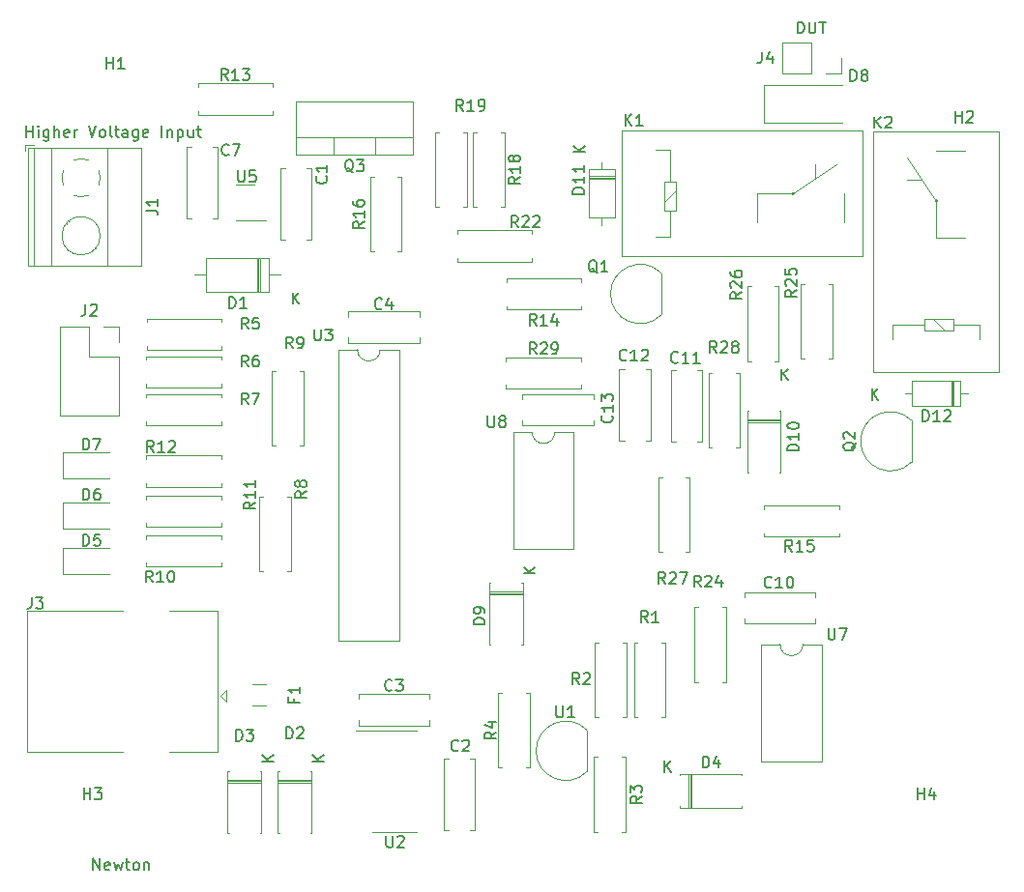
<source format=gbr>
%TF.GenerationSoftware,KiCad,Pcbnew,(6.0.0)*%
%TF.CreationDate,2022-04-10T16:10:43-06:00*%
%TF.ProjectId,USB_curve_tracer,5553425f-6375-4727-9665-5f7472616365,rev?*%
%TF.SameCoordinates,Original*%
%TF.FileFunction,Legend,Top*%
%TF.FilePolarity,Positive*%
%FSLAX46Y46*%
G04 Gerber Fmt 4.6, Leading zero omitted, Abs format (unit mm)*
G04 Created by KiCad (PCBNEW (6.0.0)) date 2022-04-10 16:10:43*
%MOMM*%
%LPD*%
G01*
G04 APERTURE LIST*
%ADD10C,0.150000*%
%ADD11C,0.120000*%
G04 APERTURE END LIST*
D10*
X94927071Y-66767380D02*
X94927071Y-65767380D01*
X94927071Y-66243571D02*
X95498500Y-66243571D01*
X95498500Y-66767380D02*
X95498500Y-65767380D01*
X95974690Y-66767380D02*
X95974690Y-66100714D01*
X95974690Y-65767380D02*
X95927071Y-65815000D01*
X95974690Y-65862619D01*
X96022309Y-65815000D01*
X95974690Y-65767380D01*
X95974690Y-65862619D01*
X96879452Y-66100714D02*
X96879452Y-66910238D01*
X96831833Y-67005476D01*
X96784214Y-67053095D01*
X96688976Y-67100714D01*
X96546119Y-67100714D01*
X96450880Y-67053095D01*
X96879452Y-66719761D02*
X96784214Y-66767380D01*
X96593738Y-66767380D01*
X96498500Y-66719761D01*
X96450880Y-66672142D01*
X96403261Y-66576904D01*
X96403261Y-66291190D01*
X96450880Y-66195952D01*
X96498500Y-66148333D01*
X96593738Y-66100714D01*
X96784214Y-66100714D01*
X96879452Y-66148333D01*
X97355642Y-66767380D02*
X97355642Y-65767380D01*
X97784214Y-66767380D02*
X97784214Y-66243571D01*
X97736595Y-66148333D01*
X97641357Y-66100714D01*
X97498500Y-66100714D01*
X97403261Y-66148333D01*
X97355642Y-66195952D01*
X98641357Y-66719761D02*
X98546119Y-66767380D01*
X98355642Y-66767380D01*
X98260404Y-66719761D01*
X98212785Y-66624523D01*
X98212785Y-66243571D01*
X98260404Y-66148333D01*
X98355642Y-66100714D01*
X98546119Y-66100714D01*
X98641357Y-66148333D01*
X98688976Y-66243571D01*
X98688976Y-66338809D01*
X98212785Y-66434047D01*
X99117547Y-66767380D02*
X99117547Y-66100714D01*
X99117547Y-66291190D02*
X99165166Y-66195952D01*
X99212785Y-66148333D01*
X99308023Y-66100714D01*
X99403261Y-66100714D01*
X100355642Y-65767380D02*
X100688976Y-66767380D01*
X101022309Y-65767380D01*
X101498500Y-66767380D02*
X101403261Y-66719761D01*
X101355642Y-66672142D01*
X101308023Y-66576904D01*
X101308023Y-66291190D01*
X101355642Y-66195952D01*
X101403261Y-66148333D01*
X101498500Y-66100714D01*
X101641357Y-66100714D01*
X101736595Y-66148333D01*
X101784214Y-66195952D01*
X101831833Y-66291190D01*
X101831833Y-66576904D01*
X101784214Y-66672142D01*
X101736595Y-66719761D01*
X101641357Y-66767380D01*
X101498500Y-66767380D01*
X102403261Y-66767380D02*
X102308023Y-66719761D01*
X102260404Y-66624523D01*
X102260404Y-65767380D01*
X102641357Y-66100714D02*
X103022309Y-66100714D01*
X102784214Y-65767380D02*
X102784214Y-66624523D01*
X102831833Y-66719761D01*
X102927071Y-66767380D01*
X103022309Y-66767380D01*
X103784214Y-66767380D02*
X103784214Y-66243571D01*
X103736595Y-66148333D01*
X103641357Y-66100714D01*
X103450880Y-66100714D01*
X103355642Y-66148333D01*
X103784214Y-66719761D02*
X103688976Y-66767380D01*
X103450880Y-66767380D01*
X103355642Y-66719761D01*
X103308023Y-66624523D01*
X103308023Y-66529285D01*
X103355642Y-66434047D01*
X103450880Y-66386428D01*
X103688976Y-66386428D01*
X103784214Y-66338809D01*
X104688976Y-66100714D02*
X104688976Y-66910238D01*
X104641357Y-67005476D01*
X104593738Y-67053095D01*
X104498500Y-67100714D01*
X104355642Y-67100714D01*
X104260404Y-67053095D01*
X104688976Y-66719761D02*
X104593738Y-66767380D01*
X104403261Y-66767380D01*
X104308023Y-66719761D01*
X104260404Y-66672142D01*
X104212785Y-66576904D01*
X104212785Y-66291190D01*
X104260404Y-66195952D01*
X104308023Y-66148333D01*
X104403261Y-66100714D01*
X104593738Y-66100714D01*
X104688976Y-66148333D01*
X105546119Y-66719761D02*
X105450880Y-66767380D01*
X105260404Y-66767380D01*
X105165166Y-66719761D01*
X105117547Y-66624523D01*
X105117547Y-66243571D01*
X105165166Y-66148333D01*
X105260404Y-66100714D01*
X105450880Y-66100714D01*
X105546119Y-66148333D01*
X105593738Y-66243571D01*
X105593738Y-66338809D01*
X105117547Y-66434047D01*
X106784214Y-66767380D02*
X106784214Y-65767380D01*
X107260404Y-66100714D02*
X107260404Y-66767380D01*
X107260404Y-66195952D02*
X107308023Y-66148333D01*
X107403261Y-66100714D01*
X107546119Y-66100714D01*
X107641357Y-66148333D01*
X107688976Y-66243571D01*
X107688976Y-66767380D01*
X108165166Y-66100714D02*
X108165166Y-67100714D01*
X108165166Y-66148333D02*
X108260404Y-66100714D01*
X108450880Y-66100714D01*
X108546119Y-66148333D01*
X108593738Y-66195952D01*
X108641357Y-66291190D01*
X108641357Y-66576904D01*
X108593738Y-66672142D01*
X108546119Y-66719761D01*
X108450880Y-66767380D01*
X108260404Y-66767380D01*
X108165166Y-66719761D01*
X109498500Y-66100714D02*
X109498500Y-66767380D01*
X109069928Y-66100714D02*
X109069928Y-66624523D01*
X109117547Y-66719761D01*
X109212785Y-66767380D01*
X109355642Y-66767380D01*
X109450880Y-66719761D01*
X109498500Y-66672142D01*
X109831833Y-66100714D02*
X110212785Y-66100714D01*
X109974690Y-65767380D02*
X109974690Y-66624523D01*
X110022309Y-66719761D01*
X110117547Y-66767380D01*
X110212785Y-66767380D01*
X162433333Y-57652380D02*
X162433333Y-56652380D01*
X162671428Y-56652380D01*
X162814285Y-56700000D01*
X162909523Y-56795238D01*
X162957142Y-56890476D01*
X163004761Y-57080952D01*
X163004761Y-57223809D01*
X162957142Y-57414285D01*
X162909523Y-57509523D01*
X162814285Y-57604761D01*
X162671428Y-57652380D01*
X162433333Y-57652380D01*
X163433333Y-56652380D02*
X163433333Y-57461904D01*
X163480952Y-57557142D01*
X163528571Y-57604761D01*
X163623809Y-57652380D01*
X163814285Y-57652380D01*
X163909523Y-57604761D01*
X163957142Y-57557142D01*
X164004761Y-57461904D01*
X164004761Y-56652380D01*
X164338095Y-56652380D02*
X164909523Y-56652380D01*
X164623809Y-57652380D02*
X164623809Y-56652380D01*
X100771428Y-130952380D02*
X100771428Y-129952380D01*
X101342857Y-130952380D01*
X101342857Y-129952380D01*
X102200000Y-130904761D02*
X102104761Y-130952380D01*
X101914285Y-130952380D01*
X101819047Y-130904761D01*
X101771428Y-130809523D01*
X101771428Y-130428571D01*
X101819047Y-130333333D01*
X101914285Y-130285714D01*
X102104761Y-130285714D01*
X102200000Y-130333333D01*
X102247619Y-130428571D01*
X102247619Y-130523809D01*
X101771428Y-130619047D01*
X102580952Y-130285714D02*
X102771428Y-130952380D01*
X102961904Y-130476190D01*
X103152380Y-130952380D01*
X103342857Y-130285714D01*
X103580952Y-130285714D02*
X103961904Y-130285714D01*
X103723809Y-129952380D02*
X103723809Y-130809523D01*
X103771428Y-130904761D01*
X103866666Y-130952380D01*
X103961904Y-130952380D01*
X104438095Y-130952380D02*
X104342857Y-130904761D01*
X104295238Y-130857142D01*
X104247619Y-130761904D01*
X104247619Y-130476190D01*
X104295238Y-130380952D01*
X104342857Y-130333333D01*
X104438095Y-130285714D01*
X104580952Y-130285714D01*
X104676190Y-130333333D01*
X104723809Y-130380952D01*
X104771428Y-130476190D01*
X104771428Y-130761904D01*
X104723809Y-130857142D01*
X104676190Y-130904761D01*
X104580952Y-130952380D01*
X104438095Y-130952380D01*
X105200000Y-130285714D02*
X105200000Y-130952380D01*
X105200000Y-130380952D02*
X105247619Y-130333333D01*
X105342857Y-130285714D01*
X105485714Y-130285714D01*
X105580952Y-130333333D01*
X105628571Y-130428571D01*
X105628571Y-130952380D01*
%TO.C,Q3*%
X123544761Y-69837619D02*
X123449523Y-69790000D01*
X123354285Y-69694761D01*
X123211428Y-69551904D01*
X123116190Y-69504285D01*
X123020952Y-69504285D01*
X123068571Y-69742380D02*
X122973333Y-69694761D01*
X122878095Y-69599523D01*
X122830476Y-69409047D01*
X122830476Y-69075714D01*
X122878095Y-68885238D01*
X122973333Y-68790000D01*
X123068571Y-68742380D01*
X123259047Y-68742380D01*
X123354285Y-68790000D01*
X123449523Y-68885238D01*
X123497142Y-69075714D01*
X123497142Y-69409047D01*
X123449523Y-69599523D01*
X123354285Y-69694761D01*
X123259047Y-69742380D01*
X123068571Y-69742380D01*
X123830476Y-68742380D02*
X124449523Y-68742380D01*
X124116190Y-69123333D01*
X124259047Y-69123333D01*
X124354285Y-69170952D01*
X124401904Y-69218571D01*
X124449523Y-69313809D01*
X124449523Y-69551904D01*
X124401904Y-69647142D01*
X124354285Y-69694761D01*
X124259047Y-69742380D01*
X123973333Y-69742380D01*
X123878095Y-69694761D01*
X123830476Y-69647142D01*
%TO.C,Q2*%
X167547619Y-93495238D02*
X167500000Y-93590476D01*
X167404761Y-93685714D01*
X167261904Y-93828571D01*
X167214285Y-93923809D01*
X167214285Y-94019047D01*
X167452380Y-93971428D02*
X167404761Y-94066666D01*
X167309523Y-94161904D01*
X167119047Y-94209523D01*
X166785714Y-94209523D01*
X166595238Y-94161904D01*
X166500000Y-94066666D01*
X166452380Y-93971428D01*
X166452380Y-93780952D01*
X166500000Y-93685714D01*
X166595238Y-93590476D01*
X166785714Y-93542857D01*
X167119047Y-93542857D01*
X167309523Y-93590476D01*
X167404761Y-93685714D01*
X167452380Y-93780952D01*
X167452380Y-93971428D01*
X166547619Y-93161904D02*
X166500000Y-93114285D01*
X166452380Y-93019047D01*
X166452380Y-92780952D01*
X166500000Y-92685714D01*
X166547619Y-92638095D01*
X166642857Y-92590476D01*
X166738095Y-92590476D01*
X166880952Y-92638095D01*
X167452380Y-93209523D01*
X167452380Y-92590476D01*
%TO.C,Q1*%
X144904761Y-78647619D02*
X144809523Y-78600000D01*
X144714285Y-78504761D01*
X144571428Y-78361904D01*
X144476190Y-78314285D01*
X144380952Y-78314285D01*
X144428571Y-78552380D02*
X144333333Y-78504761D01*
X144238095Y-78409523D01*
X144190476Y-78219047D01*
X144190476Y-77885714D01*
X144238095Y-77695238D01*
X144333333Y-77600000D01*
X144428571Y-77552380D01*
X144619047Y-77552380D01*
X144714285Y-77600000D01*
X144809523Y-77695238D01*
X144857142Y-77885714D01*
X144857142Y-78219047D01*
X144809523Y-78409523D01*
X144714285Y-78504761D01*
X144619047Y-78552380D01*
X144428571Y-78552380D01*
X145809523Y-78552380D02*
X145238095Y-78552380D01*
X145523809Y-78552380D02*
X145523809Y-77552380D01*
X145428571Y-77695238D01*
X145333333Y-77790476D01*
X145238095Y-77838095D01*
%TO.C,H2*%
X176238095Y-65452380D02*
X176238095Y-64452380D01*
X176238095Y-64928571D02*
X176809523Y-64928571D01*
X176809523Y-65452380D02*
X176809523Y-64452380D01*
X177238095Y-64547619D02*
X177285714Y-64500000D01*
X177380952Y-64452380D01*
X177619047Y-64452380D01*
X177714285Y-64500000D01*
X177761904Y-64547619D01*
X177809523Y-64642857D01*
X177809523Y-64738095D01*
X177761904Y-64880952D01*
X177190476Y-65452380D01*
X177809523Y-65452380D01*
%TO.C,R6*%
X114333333Y-86867380D02*
X114000000Y-86391190D01*
X113761904Y-86867380D02*
X113761904Y-85867380D01*
X114142857Y-85867380D01*
X114238095Y-85915000D01*
X114285714Y-85962619D01*
X114333333Y-86057857D01*
X114333333Y-86200714D01*
X114285714Y-86295952D01*
X114238095Y-86343571D01*
X114142857Y-86391190D01*
X113761904Y-86391190D01*
X115190476Y-85867380D02*
X115000000Y-85867380D01*
X114904761Y-85915000D01*
X114857142Y-85962619D01*
X114761904Y-86105476D01*
X114714285Y-86295952D01*
X114714285Y-86676904D01*
X114761904Y-86772142D01*
X114809523Y-86819761D01*
X114904761Y-86867380D01*
X115095238Y-86867380D01*
X115190476Y-86819761D01*
X115238095Y-86772142D01*
X115285714Y-86676904D01*
X115285714Y-86438809D01*
X115238095Y-86343571D01*
X115190476Y-86295952D01*
X115095238Y-86248333D01*
X114904761Y-86248333D01*
X114809523Y-86295952D01*
X114761904Y-86343571D01*
X114714285Y-86438809D01*
%TO.C,D3*%
X113261904Y-119642380D02*
X113261904Y-118642380D01*
X113500000Y-118642380D01*
X113642857Y-118690000D01*
X113738095Y-118785238D01*
X113785714Y-118880476D01*
X113833333Y-119070952D01*
X113833333Y-119213809D01*
X113785714Y-119404285D01*
X113738095Y-119499523D01*
X113642857Y-119594761D01*
X113500000Y-119642380D01*
X113261904Y-119642380D01*
X114166666Y-118642380D02*
X114785714Y-118642380D01*
X114452380Y-119023333D01*
X114595238Y-119023333D01*
X114690476Y-119070952D01*
X114738095Y-119118571D01*
X114785714Y-119213809D01*
X114785714Y-119451904D01*
X114738095Y-119547142D01*
X114690476Y-119594761D01*
X114595238Y-119642380D01*
X114309523Y-119642380D01*
X114214285Y-119594761D01*
X114166666Y-119547142D01*
X116552380Y-121451904D02*
X115552380Y-121451904D01*
X116552380Y-120880476D02*
X115980952Y-121309047D01*
X115552380Y-120880476D02*
X116123809Y-121451904D01*
%TO.C,D5*%
X99861904Y-102552380D02*
X99861904Y-101552380D01*
X100100000Y-101552380D01*
X100242857Y-101600000D01*
X100338095Y-101695238D01*
X100385714Y-101790476D01*
X100433333Y-101980952D01*
X100433333Y-102123809D01*
X100385714Y-102314285D01*
X100338095Y-102409523D01*
X100242857Y-102504761D01*
X100100000Y-102552380D01*
X99861904Y-102552380D01*
X101338095Y-101552380D02*
X100861904Y-101552380D01*
X100814285Y-102028571D01*
X100861904Y-101980952D01*
X100957142Y-101933333D01*
X101195238Y-101933333D01*
X101290476Y-101980952D01*
X101338095Y-102028571D01*
X101385714Y-102123809D01*
X101385714Y-102361904D01*
X101338095Y-102457142D01*
X101290476Y-102504761D01*
X101195238Y-102552380D01*
X100957142Y-102552380D01*
X100861904Y-102504761D01*
X100814285Y-102457142D01*
%TO.C,R22*%
X137957142Y-74652380D02*
X137623809Y-74176190D01*
X137385714Y-74652380D02*
X137385714Y-73652380D01*
X137766666Y-73652380D01*
X137861904Y-73700000D01*
X137909523Y-73747619D01*
X137957142Y-73842857D01*
X137957142Y-73985714D01*
X137909523Y-74080952D01*
X137861904Y-74128571D01*
X137766666Y-74176190D01*
X137385714Y-74176190D01*
X138338095Y-73747619D02*
X138385714Y-73700000D01*
X138480952Y-73652380D01*
X138719047Y-73652380D01*
X138814285Y-73700000D01*
X138861904Y-73747619D01*
X138909523Y-73842857D01*
X138909523Y-73938095D01*
X138861904Y-74080952D01*
X138290476Y-74652380D01*
X138909523Y-74652380D01*
X139290476Y-73747619D02*
X139338095Y-73700000D01*
X139433333Y-73652380D01*
X139671428Y-73652380D01*
X139766666Y-73700000D01*
X139814285Y-73747619D01*
X139861904Y-73842857D01*
X139861904Y-73938095D01*
X139814285Y-74080952D01*
X139242857Y-74652380D01*
X139861904Y-74652380D01*
%TO.C,U2*%
X126418095Y-127972380D02*
X126418095Y-128781904D01*
X126465714Y-128877142D01*
X126513333Y-128924761D01*
X126608571Y-128972380D01*
X126799047Y-128972380D01*
X126894285Y-128924761D01*
X126941904Y-128877142D01*
X126989523Y-128781904D01*
X126989523Y-127972380D01*
X127418095Y-128067619D02*
X127465714Y-128020000D01*
X127560952Y-127972380D01*
X127799047Y-127972380D01*
X127894285Y-128020000D01*
X127941904Y-128067619D01*
X127989523Y-128162857D01*
X127989523Y-128258095D01*
X127941904Y-128400952D01*
X127370476Y-128972380D01*
X127989523Y-128972380D01*
%TO.C,R2*%
X143333333Y-114667380D02*
X143000000Y-114191190D01*
X142761904Y-114667380D02*
X142761904Y-113667380D01*
X143142857Y-113667380D01*
X143238095Y-113715000D01*
X143285714Y-113762619D01*
X143333333Y-113857857D01*
X143333333Y-114000714D01*
X143285714Y-114095952D01*
X143238095Y-114143571D01*
X143142857Y-114191190D01*
X142761904Y-114191190D01*
X143714285Y-113762619D02*
X143761904Y-113715000D01*
X143857142Y-113667380D01*
X144095238Y-113667380D01*
X144190476Y-113715000D01*
X144238095Y-113762619D01*
X144285714Y-113857857D01*
X144285714Y-113953095D01*
X144238095Y-114095952D01*
X143666666Y-114667380D01*
X144285714Y-114667380D01*
%TO.C,U8*%
X135318095Y-91172380D02*
X135318095Y-91981904D01*
X135365714Y-92077142D01*
X135413333Y-92124761D01*
X135508571Y-92172380D01*
X135699047Y-92172380D01*
X135794285Y-92124761D01*
X135841904Y-92077142D01*
X135889523Y-91981904D01*
X135889523Y-91172380D01*
X136508571Y-91600952D02*
X136413333Y-91553333D01*
X136365714Y-91505714D01*
X136318095Y-91410476D01*
X136318095Y-91362857D01*
X136365714Y-91267619D01*
X136413333Y-91220000D01*
X136508571Y-91172380D01*
X136699047Y-91172380D01*
X136794285Y-91220000D01*
X136841904Y-91267619D01*
X136889523Y-91362857D01*
X136889523Y-91410476D01*
X136841904Y-91505714D01*
X136794285Y-91553333D01*
X136699047Y-91600952D01*
X136508571Y-91600952D01*
X136413333Y-91648571D01*
X136365714Y-91696190D01*
X136318095Y-91791428D01*
X136318095Y-91981904D01*
X136365714Y-92077142D01*
X136413333Y-92124761D01*
X136508571Y-92172380D01*
X136699047Y-92172380D01*
X136794285Y-92124761D01*
X136841904Y-92077142D01*
X136889523Y-91981904D01*
X136889523Y-91791428D01*
X136841904Y-91696190D01*
X136794285Y-91648571D01*
X136699047Y-91600952D01*
%TO.C,R15*%
X161957142Y-103052380D02*
X161623809Y-102576190D01*
X161385714Y-103052380D02*
X161385714Y-102052380D01*
X161766666Y-102052380D01*
X161861904Y-102100000D01*
X161909523Y-102147619D01*
X161957142Y-102242857D01*
X161957142Y-102385714D01*
X161909523Y-102480952D01*
X161861904Y-102528571D01*
X161766666Y-102576190D01*
X161385714Y-102576190D01*
X162909523Y-103052380D02*
X162338095Y-103052380D01*
X162623809Y-103052380D02*
X162623809Y-102052380D01*
X162528571Y-102195238D01*
X162433333Y-102290476D01*
X162338095Y-102338095D01*
X163814285Y-102052380D02*
X163338095Y-102052380D01*
X163290476Y-102528571D01*
X163338095Y-102480952D01*
X163433333Y-102433333D01*
X163671428Y-102433333D01*
X163766666Y-102480952D01*
X163814285Y-102528571D01*
X163861904Y-102623809D01*
X163861904Y-102861904D01*
X163814285Y-102957142D01*
X163766666Y-103004761D01*
X163671428Y-103052380D01*
X163433333Y-103052380D01*
X163338095Y-103004761D01*
X163290476Y-102957142D01*
%TO.C,R4*%
X136052380Y-118881666D02*
X135576190Y-119215000D01*
X136052380Y-119453095D02*
X135052380Y-119453095D01*
X135052380Y-119072142D01*
X135100000Y-118976904D01*
X135147619Y-118929285D01*
X135242857Y-118881666D01*
X135385714Y-118881666D01*
X135480952Y-118929285D01*
X135528571Y-118976904D01*
X135576190Y-119072142D01*
X135576190Y-119453095D01*
X135385714Y-118024523D02*
X136052380Y-118024523D01*
X135004761Y-118262619D02*
X135719047Y-118500714D01*
X135719047Y-117881666D01*
%TO.C,K2*%
X169161904Y-65952380D02*
X169161904Y-64952380D01*
X169733333Y-65952380D02*
X169304761Y-65380952D01*
X169733333Y-64952380D02*
X169161904Y-65523809D01*
X170114285Y-65047619D02*
X170161904Y-65000000D01*
X170257142Y-64952380D01*
X170495238Y-64952380D01*
X170590476Y-65000000D01*
X170638095Y-65047619D01*
X170685714Y-65142857D01*
X170685714Y-65238095D01*
X170638095Y-65380952D01*
X170066666Y-65952380D01*
X170685714Y-65952380D01*
%TO.C,R13*%
X112547142Y-61767380D02*
X112213809Y-61291190D01*
X111975714Y-61767380D02*
X111975714Y-60767380D01*
X112356666Y-60767380D01*
X112451904Y-60815000D01*
X112499523Y-60862619D01*
X112547142Y-60957857D01*
X112547142Y-61100714D01*
X112499523Y-61195952D01*
X112451904Y-61243571D01*
X112356666Y-61291190D01*
X111975714Y-61291190D01*
X113499523Y-61767380D02*
X112928095Y-61767380D01*
X113213809Y-61767380D02*
X113213809Y-60767380D01*
X113118571Y-60910238D01*
X113023333Y-61005476D01*
X112928095Y-61053095D01*
X113832857Y-60767380D02*
X114451904Y-60767380D01*
X114118571Y-61148333D01*
X114261428Y-61148333D01*
X114356666Y-61195952D01*
X114404285Y-61243571D01*
X114451904Y-61338809D01*
X114451904Y-61576904D01*
X114404285Y-61672142D01*
X114356666Y-61719761D01*
X114261428Y-61767380D01*
X113975714Y-61767380D01*
X113880476Y-61719761D01*
X113832857Y-61672142D01*
%TO.C,D11*%
X143752380Y-71724285D02*
X142752380Y-71724285D01*
X142752380Y-71486190D01*
X142800000Y-71343333D01*
X142895238Y-71248095D01*
X142990476Y-71200476D01*
X143180952Y-71152857D01*
X143323809Y-71152857D01*
X143514285Y-71200476D01*
X143609523Y-71248095D01*
X143704761Y-71343333D01*
X143752380Y-71486190D01*
X143752380Y-71724285D01*
X143752380Y-70200476D02*
X143752380Y-70771904D01*
X143752380Y-70486190D02*
X142752380Y-70486190D01*
X142895238Y-70581428D01*
X142990476Y-70676666D01*
X143038095Y-70771904D01*
X143752380Y-69248095D02*
X143752380Y-69819523D01*
X143752380Y-69533809D02*
X142752380Y-69533809D01*
X142895238Y-69629047D01*
X142990476Y-69724285D01*
X143038095Y-69819523D01*
X143852380Y-68071904D02*
X142852380Y-68071904D01*
X143852380Y-67500476D02*
X143280952Y-67929047D01*
X142852380Y-67500476D02*
X143423809Y-68071904D01*
%TO.C,C10*%
X160157142Y-106152142D02*
X160109523Y-106199761D01*
X159966666Y-106247380D01*
X159871428Y-106247380D01*
X159728571Y-106199761D01*
X159633333Y-106104523D01*
X159585714Y-106009285D01*
X159538095Y-105818809D01*
X159538095Y-105675952D01*
X159585714Y-105485476D01*
X159633333Y-105390238D01*
X159728571Y-105295000D01*
X159871428Y-105247380D01*
X159966666Y-105247380D01*
X160109523Y-105295000D01*
X160157142Y-105342619D01*
X161109523Y-106247380D02*
X160538095Y-106247380D01*
X160823809Y-106247380D02*
X160823809Y-105247380D01*
X160728571Y-105390238D01*
X160633333Y-105485476D01*
X160538095Y-105533095D01*
X161728571Y-105247380D02*
X161823809Y-105247380D01*
X161919047Y-105295000D01*
X161966666Y-105342619D01*
X162014285Y-105437857D01*
X162061904Y-105628333D01*
X162061904Y-105866428D01*
X162014285Y-106056904D01*
X161966666Y-106152142D01*
X161919047Y-106199761D01*
X161823809Y-106247380D01*
X161728571Y-106247380D01*
X161633333Y-106199761D01*
X161585714Y-106152142D01*
X161538095Y-106056904D01*
X161490476Y-105866428D01*
X161490476Y-105628333D01*
X161538095Y-105437857D01*
X161585714Y-105342619D01*
X161633333Y-105295000D01*
X161728571Y-105247380D01*
%TO.C,D1*%
X112661904Y-81737380D02*
X112661904Y-80737380D01*
X112900000Y-80737380D01*
X113042857Y-80785000D01*
X113138095Y-80880238D01*
X113185714Y-80975476D01*
X113233333Y-81165952D01*
X113233333Y-81308809D01*
X113185714Y-81499285D01*
X113138095Y-81594523D01*
X113042857Y-81689761D01*
X112900000Y-81737380D01*
X112661904Y-81737380D01*
X114185714Y-81737380D02*
X113614285Y-81737380D01*
X113900000Y-81737380D02*
X113900000Y-80737380D01*
X113804761Y-80880238D01*
X113709523Y-80975476D01*
X113614285Y-81023095D01*
X118218095Y-81367380D02*
X118218095Y-80367380D01*
X118789523Y-81367380D02*
X118360952Y-80795952D01*
X118789523Y-80367380D02*
X118218095Y-80938809D01*
%TO.C,F1*%
X118328571Y-115948333D02*
X118328571Y-116281666D01*
X118852380Y-116281666D02*
X117852380Y-116281666D01*
X117852380Y-115805476D01*
X118852380Y-114900714D02*
X118852380Y-115472142D01*
X118852380Y-115186428D02*
X117852380Y-115186428D01*
X117995238Y-115281666D01*
X118090476Y-115376904D01*
X118138095Y-115472142D01*
%TO.C,C2*%
X132733333Y-120472142D02*
X132685714Y-120519761D01*
X132542857Y-120567380D01*
X132447619Y-120567380D01*
X132304761Y-120519761D01*
X132209523Y-120424523D01*
X132161904Y-120329285D01*
X132114285Y-120138809D01*
X132114285Y-119995952D01*
X132161904Y-119805476D01*
X132209523Y-119710238D01*
X132304761Y-119615000D01*
X132447619Y-119567380D01*
X132542857Y-119567380D01*
X132685714Y-119615000D01*
X132733333Y-119662619D01*
X133114285Y-119662619D02*
X133161904Y-119615000D01*
X133257142Y-119567380D01*
X133495238Y-119567380D01*
X133590476Y-119615000D01*
X133638095Y-119662619D01*
X133685714Y-119757857D01*
X133685714Y-119853095D01*
X133638095Y-119995952D01*
X133066666Y-120567380D01*
X133685714Y-120567380D01*
%TO.C,R29*%
X139557142Y-85752380D02*
X139223809Y-85276190D01*
X138985714Y-85752380D02*
X138985714Y-84752380D01*
X139366666Y-84752380D01*
X139461904Y-84800000D01*
X139509523Y-84847619D01*
X139557142Y-84942857D01*
X139557142Y-85085714D01*
X139509523Y-85180952D01*
X139461904Y-85228571D01*
X139366666Y-85276190D01*
X138985714Y-85276190D01*
X139938095Y-84847619D02*
X139985714Y-84800000D01*
X140080952Y-84752380D01*
X140319047Y-84752380D01*
X140414285Y-84800000D01*
X140461904Y-84847619D01*
X140509523Y-84942857D01*
X140509523Y-85038095D01*
X140461904Y-85180952D01*
X139890476Y-85752380D01*
X140509523Y-85752380D01*
X140985714Y-85752380D02*
X141176190Y-85752380D01*
X141271428Y-85704761D01*
X141319047Y-85657142D01*
X141414285Y-85514285D01*
X141461904Y-85323809D01*
X141461904Y-84942857D01*
X141414285Y-84847619D01*
X141366666Y-84800000D01*
X141271428Y-84752380D01*
X141080952Y-84752380D01*
X140985714Y-84800000D01*
X140938095Y-84847619D01*
X140890476Y-84942857D01*
X140890476Y-85180952D01*
X140938095Y-85276190D01*
X140985714Y-85323809D01*
X141080952Y-85371428D01*
X141271428Y-85371428D01*
X141366666Y-85323809D01*
X141414285Y-85276190D01*
X141461904Y-85180952D01*
%TO.C,H3*%
X99938095Y-124767380D02*
X99938095Y-123767380D01*
X99938095Y-124243571D02*
X100509523Y-124243571D01*
X100509523Y-124767380D02*
X100509523Y-123767380D01*
X100890476Y-123767380D02*
X101509523Y-123767380D01*
X101176190Y-124148333D01*
X101319047Y-124148333D01*
X101414285Y-124195952D01*
X101461904Y-124243571D01*
X101509523Y-124338809D01*
X101509523Y-124576904D01*
X101461904Y-124672142D01*
X101414285Y-124719761D01*
X101319047Y-124767380D01*
X101033333Y-124767380D01*
X100938095Y-124719761D01*
X100890476Y-124672142D01*
%TO.C,C3*%
X126933333Y-115172142D02*
X126885714Y-115219761D01*
X126742857Y-115267380D01*
X126647619Y-115267380D01*
X126504761Y-115219761D01*
X126409523Y-115124523D01*
X126361904Y-115029285D01*
X126314285Y-114838809D01*
X126314285Y-114695952D01*
X126361904Y-114505476D01*
X126409523Y-114410238D01*
X126504761Y-114315000D01*
X126647619Y-114267380D01*
X126742857Y-114267380D01*
X126885714Y-114315000D01*
X126933333Y-114362619D01*
X127266666Y-114267380D02*
X127885714Y-114267380D01*
X127552380Y-114648333D01*
X127695238Y-114648333D01*
X127790476Y-114695952D01*
X127838095Y-114743571D01*
X127885714Y-114838809D01*
X127885714Y-115076904D01*
X127838095Y-115172142D01*
X127790476Y-115219761D01*
X127695238Y-115267380D01*
X127409523Y-115267380D01*
X127314285Y-115219761D01*
X127266666Y-115172142D01*
%TO.C,R25*%
X162352380Y-80142857D02*
X161876190Y-80476190D01*
X162352380Y-80714285D02*
X161352380Y-80714285D01*
X161352380Y-80333333D01*
X161400000Y-80238095D01*
X161447619Y-80190476D01*
X161542857Y-80142857D01*
X161685714Y-80142857D01*
X161780952Y-80190476D01*
X161828571Y-80238095D01*
X161876190Y-80333333D01*
X161876190Y-80714285D01*
X161447619Y-79761904D02*
X161400000Y-79714285D01*
X161352380Y-79619047D01*
X161352380Y-79380952D01*
X161400000Y-79285714D01*
X161447619Y-79238095D01*
X161542857Y-79190476D01*
X161638095Y-79190476D01*
X161780952Y-79238095D01*
X162352380Y-79809523D01*
X162352380Y-79190476D01*
X161352380Y-78285714D02*
X161352380Y-78761904D01*
X161828571Y-78809523D01*
X161780952Y-78761904D01*
X161733333Y-78666666D01*
X161733333Y-78428571D01*
X161780952Y-78333333D01*
X161828571Y-78285714D01*
X161923809Y-78238095D01*
X162161904Y-78238095D01*
X162257142Y-78285714D01*
X162304761Y-78333333D01*
X162352380Y-78428571D01*
X162352380Y-78666666D01*
X162304761Y-78761904D01*
X162257142Y-78809523D01*
%TO.C,R14*%
X139557142Y-83252380D02*
X139223809Y-82776190D01*
X138985714Y-83252380D02*
X138985714Y-82252380D01*
X139366666Y-82252380D01*
X139461904Y-82300000D01*
X139509523Y-82347619D01*
X139557142Y-82442857D01*
X139557142Y-82585714D01*
X139509523Y-82680952D01*
X139461904Y-82728571D01*
X139366666Y-82776190D01*
X138985714Y-82776190D01*
X140509523Y-83252380D02*
X139938095Y-83252380D01*
X140223809Y-83252380D02*
X140223809Y-82252380D01*
X140128571Y-82395238D01*
X140033333Y-82490476D01*
X139938095Y-82538095D01*
X141366666Y-82585714D02*
X141366666Y-83252380D01*
X141128571Y-82204761D02*
X140890476Y-82919047D01*
X141509523Y-82919047D01*
%TO.C,D10*%
X162552380Y-94224285D02*
X161552380Y-94224285D01*
X161552380Y-93986190D01*
X161600000Y-93843333D01*
X161695238Y-93748095D01*
X161790476Y-93700476D01*
X161980952Y-93652857D01*
X162123809Y-93652857D01*
X162314285Y-93700476D01*
X162409523Y-93748095D01*
X162504761Y-93843333D01*
X162552380Y-93986190D01*
X162552380Y-94224285D01*
X162552380Y-92700476D02*
X162552380Y-93271904D01*
X162552380Y-92986190D02*
X161552380Y-92986190D01*
X161695238Y-93081428D01*
X161790476Y-93176666D01*
X161838095Y-93271904D01*
X161552380Y-92081428D02*
X161552380Y-91986190D01*
X161600000Y-91890952D01*
X161647619Y-91843333D01*
X161742857Y-91795714D01*
X161933333Y-91748095D01*
X162171428Y-91748095D01*
X162361904Y-91795714D01*
X162457142Y-91843333D01*
X162504761Y-91890952D01*
X162552380Y-91986190D01*
X162552380Y-92081428D01*
X162504761Y-92176666D01*
X162457142Y-92224285D01*
X162361904Y-92271904D01*
X162171428Y-92319523D01*
X161933333Y-92319523D01*
X161742857Y-92271904D01*
X161647619Y-92224285D01*
X161600000Y-92176666D01*
X161552380Y-92081428D01*
X161038095Y-88052380D02*
X161038095Y-87052380D01*
X161609523Y-88052380D02*
X161180952Y-87480952D01*
X161609523Y-87052380D02*
X161038095Y-87623809D01*
%TO.C,R8*%
X119452380Y-97781666D02*
X118976190Y-98115000D01*
X119452380Y-98353095D02*
X118452380Y-98353095D01*
X118452380Y-97972142D01*
X118500000Y-97876904D01*
X118547619Y-97829285D01*
X118642857Y-97781666D01*
X118785714Y-97781666D01*
X118880952Y-97829285D01*
X118928571Y-97876904D01*
X118976190Y-97972142D01*
X118976190Y-98353095D01*
X118880952Y-97210238D02*
X118833333Y-97305476D01*
X118785714Y-97353095D01*
X118690476Y-97400714D01*
X118642857Y-97400714D01*
X118547619Y-97353095D01*
X118500000Y-97305476D01*
X118452380Y-97210238D01*
X118452380Y-97019761D01*
X118500000Y-96924523D01*
X118547619Y-96876904D01*
X118642857Y-96829285D01*
X118690476Y-96829285D01*
X118785714Y-96876904D01*
X118833333Y-96924523D01*
X118880952Y-97019761D01*
X118880952Y-97210238D01*
X118928571Y-97305476D01*
X118976190Y-97353095D01*
X119071428Y-97400714D01*
X119261904Y-97400714D01*
X119357142Y-97353095D01*
X119404761Y-97305476D01*
X119452380Y-97210238D01*
X119452380Y-97019761D01*
X119404761Y-96924523D01*
X119357142Y-96876904D01*
X119261904Y-96829285D01*
X119071428Y-96829285D01*
X118976190Y-96876904D01*
X118928571Y-96924523D01*
X118880952Y-97019761D01*
%TO.C,H1*%
X101938095Y-60767380D02*
X101938095Y-59767380D01*
X101938095Y-60243571D02*
X102509523Y-60243571D01*
X102509523Y-60767380D02*
X102509523Y-59767380D01*
X103509523Y-60767380D02*
X102938095Y-60767380D01*
X103223809Y-60767380D02*
X103223809Y-59767380D01*
X103128571Y-59910238D01*
X103033333Y-60005476D01*
X102938095Y-60053095D01*
%TO.C,U1*%
X141318095Y-116572380D02*
X141318095Y-117381904D01*
X141365714Y-117477142D01*
X141413333Y-117524761D01*
X141508571Y-117572380D01*
X141699047Y-117572380D01*
X141794285Y-117524761D01*
X141841904Y-117477142D01*
X141889523Y-117381904D01*
X141889523Y-116572380D01*
X142889523Y-117572380D02*
X142318095Y-117572380D01*
X142603809Y-117572380D02*
X142603809Y-116572380D01*
X142508571Y-116715238D01*
X142413333Y-116810476D01*
X142318095Y-116858095D01*
%TO.C,R10*%
X105957142Y-105752380D02*
X105623809Y-105276190D01*
X105385714Y-105752380D02*
X105385714Y-104752380D01*
X105766666Y-104752380D01*
X105861904Y-104800000D01*
X105909523Y-104847619D01*
X105957142Y-104942857D01*
X105957142Y-105085714D01*
X105909523Y-105180952D01*
X105861904Y-105228571D01*
X105766666Y-105276190D01*
X105385714Y-105276190D01*
X106909523Y-105752380D02*
X106338095Y-105752380D01*
X106623809Y-105752380D02*
X106623809Y-104752380D01*
X106528571Y-104895238D01*
X106433333Y-104990476D01*
X106338095Y-105038095D01*
X107528571Y-104752380D02*
X107623809Y-104752380D01*
X107719047Y-104800000D01*
X107766666Y-104847619D01*
X107814285Y-104942857D01*
X107861904Y-105133333D01*
X107861904Y-105371428D01*
X107814285Y-105561904D01*
X107766666Y-105657142D01*
X107719047Y-105704761D01*
X107623809Y-105752380D01*
X107528571Y-105752380D01*
X107433333Y-105704761D01*
X107385714Y-105657142D01*
X107338095Y-105561904D01*
X107290476Y-105371428D01*
X107290476Y-105133333D01*
X107338095Y-104942857D01*
X107385714Y-104847619D01*
X107433333Y-104800000D01*
X107528571Y-104752380D01*
%TO.C,K1*%
X147361904Y-65752380D02*
X147361904Y-64752380D01*
X147933333Y-65752380D02*
X147504761Y-65180952D01*
X147933333Y-64752380D02*
X147361904Y-65323809D01*
X148885714Y-65752380D02*
X148314285Y-65752380D01*
X148600000Y-65752380D02*
X148600000Y-64752380D01*
X148504761Y-64895238D01*
X148409523Y-64990476D01*
X148314285Y-65038095D01*
%TO.C,J2*%
X100096666Y-81402380D02*
X100096666Y-82116666D01*
X100049047Y-82259523D01*
X99953809Y-82354761D01*
X99810952Y-82402380D01*
X99715714Y-82402380D01*
X100525238Y-81497619D02*
X100572857Y-81450000D01*
X100668095Y-81402380D01*
X100906190Y-81402380D01*
X101001428Y-81450000D01*
X101049047Y-81497619D01*
X101096666Y-81592857D01*
X101096666Y-81688095D01*
X101049047Y-81830952D01*
X100477619Y-82402380D01*
X101096666Y-82402380D01*
%TO.C,J3*%
X95366666Y-107052380D02*
X95366666Y-107766666D01*
X95319047Y-107909523D01*
X95223809Y-108004761D01*
X95080952Y-108052380D01*
X94985714Y-108052380D01*
X95747619Y-107052380D02*
X96366666Y-107052380D01*
X96033333Y-107433333D01*
X96176190Y-107433333D01*
X96271428Y-107480952D01*
X96319047Y-107528571D01*
X96366666Y-107623809D01*
X96366666Y-107861904D01*
X96319047Y-107957142D01*
X96271428Y-108004761D01*
X96176190Y-108052380D01*
X95890476Y-108052380D01*
X95795238Y-108004761D01*
X95747619Y-107957142D01*
%TO.C,U7*%
X165138095Y-109767380D02*
X165138095Y-110576904D01*
X165185714Y-110672142D01*
X165233333Y-110719761D01*
X165328571Y-110767380D01*
X165519047Y-110767380D01*
X165614285Y-110719761D01*
X165661904Y-110672142D01*
X165709523Y-110576904D01*
X165709523Y-109767380D01*
X166090476Y-109767380D02*
X166757142Y-109767380D01*
X166328571Y-110767380D01*
%TO.C,C11*%
X151957142Y-86457142D02*
X151909523Y-86504761D01*
X151766666Y-86552380D01*
X151671428Y-86552380D01*
X151528571Y-86504761D01*
X151433333Y-86409523D01*
X151385714Y-86314285D01*
X151338095Y-86123809D01*
X151338095Y-85980952D01*
X151385714Y-85790476D01*
X151433333Y-85695238D01*
X151528571Y-85600000D01*
X151671428Y-85552380D01*
X151766666Y-85552380D01*
X151909523Y-85600000D01*
X151957142Y-85647619D01*
X152909523Y-86552380D02*
X152338095Y-86552380D01*
X152623809Y-86552380D02*
X152623809Y-85552380D01*
X152528571Y-85695238D01*
X152433333Y-85790476D01*
X152338095Y-85838095D01*
X153861904Y-86552380D02*
X153290476Y-86552380D01*
X153576190Y-86552380D02*
X153576190Y-85552380D01*
X153480952Y-85695238D01*
X153385714Y-85790476D01*
X153290476Y-85838095D01*
%TO.C,R28*%
X155357142Y-85652380D02*
X155023809Y-85176190D01*
X154785714Y-85652380D02*
X154785714Y-84652380D01*
X155166666Y-84652380D01*
X155261904Y-84700000D01*
X155309523Y-84747619D01*
X155357142Y-84842857D01*
X155357142Y-84985714D01*
X155309523Y-85080952D01*
X155261904Y-85128571D01*
X155166666Y-85176190D01*
X154785714Y-85176190D01*
X155738095Y-84747619D02*
X155785714Y-84700000D01*
X155880952Y-84652380D01*
X156119047Y-84652380D01*
X156214285Y-84700000D01*
X156261904Y-84747619D01*
X156309523Y-84842857D01*
X156309523Y-84938095D01*
X156261904Y-85080952D01*
X155690476Y-85652380D01*
X156309523Y-85652380D01*
X156880952Y-85080952D02*
X156785714Y-85033333D01*
X156738095Y-84985714D01*
X156690476Y-84890476D01*
X156690476Y-84842857D01*
X156738095Y-84747619D01*
X156785714Y-84700000D01*
X156880952Y-84652380D01*
X157071428Y-84652380D01*
X157166666Y-84700000D01*
X157214285Y-84747619D01*
X157261904Y-84842857D01*
X157261904Y-84890476D01*
X157214285Y-84985714D01*
X157166666Y-85033333D01*
X157071428Y-85080952D01*
X156880952Y-85080952D01*
X156785714Y-85128571D01*
X156738095Y-85176190D01*
X156690476Y-85271428D01*
X156690476Y-85461904D01*
X156738095Y-85557142D01*
X156785714Y-85604761D01*
X156880952Y-85652380D01*
X157071428Y-85652380D01*
X157166666Y-85604761D01*
X157214285Y-85557142D01*
X157261904Y-85461904D01*
X157261904Y-85271428D01*
X157214285Y-85176190D01*
X157166666Y-85128571D01*
X157071428Y-85080952D01*
%TO.C,D4*%
X154121904Y-121997380D02*
X154121904Y-120997380D01*
X154360000Y-120997380D01*
X154502857Y-121045000D01*
X154598095Y-121140238D01*
X154645714Y-121235476D01*
X154693333Y-121425952D01*
X154693333Y-121568809D01*
X154645714Y-121759285D01*
X154598095Y-121854523D01*
X154502857Y-121949761D01*
X154360000Y-121997380D01*
X154121904Y-121997380D01*
X155550476Y-121330714D02*
X155550476Y-121997380D01*
X155312380Y-120949761D02*
X155074285Y-121664047D01*
X155693333Y-121664047D01*
X150788095Y-122367380D02*
X150788095Y-121367380D01*
X151359523Y-122367380D02*
X150930952Y-121795952D01*
X151359523Y-121367380D02*
X150788095Y-121938809D01*
%TO.C,R3*%
X148802380Y-124496666D02*
X148326190Y-124830000D01*
X148802380Y-125068095D02*
X147802380Y-125068095D01*
X147802380Y-124687142D01*
X147850000Y-124591904D01*
X147897619Y-124544285D01*
X147992857Y-124496666D01*
X148135714Y-124496666D01*
X148230952Y-124544285D01*
X148278571Y-124591904D01*
X148326190Y-124687142D01*
X148326190Y-125068095D01*
X147802380Y-124163333D02*
X147802380Y-123544285D01*
X148183333Y-123877619D01*
X148183333Y-123734761D01*
X148230952Y-123639523D01*
X148278571Y-123591904D01*
X148373809Y-123544285D01*
X148611904Y-123544285D01*
X148707142Y-123591904D01*
X148754761Y-123639523D01*
X148802380Y-123734761D01*
X148802380Y-124020476D01*
X148754761Y-124115714D01*
X148707142Y-124163333D01*
%TO.C,R24*%
X153957142Y-106167380D02*
X153623809Y-105691190D01*
X153385714Y-106167380D02*
X153385714Y-105167380D01*
X153766666Y-105167380D01*
X153861904Y-105215000D01*
X153909523Y-105262619D01*
X153957142Y-105357857D01*
X153957142Y-105500714D01*
X153909523Y-105595952D01*
X153861904Y-105643571D01*
X153766666Y-105691190D01*
X153385714Y-105691190D01*
X154338095Y-105262619D02*
X154385714Y-105215000D01*
X154480952Y-105167380D01*
X154719047Y-105167380D01*
X154814285Y-105215000D01*
X154861904Y-105262619D01*
X154909523Y-105357857D01*
X154909523Y-105453095D01*
X154861904Y-105595952D01*
X154290476Y-106167380D01*
X154909523Y-106167380D01*
X155766666Y-105500714D02*
X155766666Y-106167380D01*
X155528571Y-105119761D02*
X155290476Y-105834047D01*
X155909523Y-105834047D01*
%TO.C,D2*%
X117661904Y-119452380D02*
X117661904Y-118452380D01*
X117900000Y-118452380D01*
X118042857Y-118500000D01*
X118138095Y-118595238D01*
X118185714Y-118690476D01*
X118233333Y-118880952D01*
X118233333Y-119023809D01*
X118185714Y-119214285D01*
X118138095Y-119309523D01*
X118042857Y-119404761D01*
X117900000Y-119452380D01*
X117661904Y-119452380D01*
X118614285Y-118547619D02*
X118661904Y-118500000D01*
X118757142Y-118452380D01*
X118995238Y-118452380D01*
X119090476Y-118500000D01*
X119138095Y-118547619D01*
X119185714Y-118642857D01*
X119185714Y-118738095D01*
X119138095Y-118880952D01*
X118566666Y-119452380D01*
X119185714Y-119452380D01*
X120952380Y-121451904D02*
X119952380Y-121451904D01*
X120952380Y-120880476D02*
X120380952Y-121309047D01*
X119952380Y-120880476D02*
X120523809Y-121451904D01*
%TO.C,C1*%
X121157142Y-70181666D02*
X121204761Y-70229285D01*
X121252380Y-70372142D01*
X121252380Y-70467380D01*
X121204761Y-70610238D01*
X121109523Y-70705476D01*
X121014285Y-70753095D01*
X120823809Y-70800714D01*
X120680952Y-70800714D01*
X120490476Y-70753095D01*
X120395238Y-70705476D01*
X120300000Y-70610238D01*
X120252380Y-70467380D01*
X120252380Y-70372142D01*
X120300000Y-70229285D01*
X120347619Y-70181666D01*
X121252380Y-69229285D02*
X121252380Y-69800714D01*
X121252380Y-69515000D02*
X120252380Y-69515000D01*
X120395238Y-69610238D01*
X120490476Y-69705476D01*
X120538095Y-69800714D01*
%TO.C,U3*%
X120118095Y-83572380D02*
X120118095Y-84381904D01*
X120165714Y-84477142D01*
X120213333Y-84524761D01*
X120308571Y-84572380D01*
X120499047Y-84572380D01*
X120594285Y-84524761D01*
X120641904Y-84477142D01*
X120689523Y-84381904D01*
X120689523Y-83572380D01*
X121070476Y-83572380D02*
X121689523Y-83572380D01*
X121356190Y-83953333D01*
X121499047Y-83953333D01*
X121594285Y-84000952D01*
X121641904Y-84048571D01*
X121689523Y-84143809D01*
X121689523Y-84381904D01*
X121641904Y-84477142D01*
X121594285Y-84524761D01*
X121499047Y-84572380D01*
X121213333Y-84572380D01*
X121118095Y-84524761D01*
X121070476Y-84477142D01*
%TO.C,R27*%
X150857142Y-105867380D02*
X150523809Y-105391190D01*
X150285714Y-105867380D02*
X150285714Y-104867380D01*
X150666666Y-104867380D01*
X150761904Y-104915000D01*
X150809523Y-104962619D01*
X150857142Y-105057857D01*
X150857142Y-105200714D01*
X150809523Y-105295952D01*
X150761904Y-105343571D01*
X150666666Y-105391190D01*
X150285714Y-105391190D01*
X151238095Y-104962619D02*
X151285714Y-104915000D01*
X151380952Y-104867380D01*
X151619047Y-104867380D01*
X151714285Y-104915000D01*
X151761904Y-104962619D01*
X151809523Y-105057857D01*
X151809523Y-105153095D01*
X151761904Y-105295952D01*
X151190476Y-105867380D01*
X151809523Y-105867380D01*
X152142857Y-104867380D02*
X152809523Y-104867380D01*
X152380952Y-105867380D01*
%TO.C,R9*%
X118233333Y-85252380D02*
X117900000Y-84776190D01*
X117661904Y-85252380D02*
X117661904Y-84252380D01*
X118042857Y-84252380D01*
X118138095Y-84300000D01*
X118185714Y-84347619D01*
X118233333Y-84442857D01*
X118233333Y-84585714D01*
X118185714Y-84680952D01*
X118138095Y-84728571D01*
X118042857Y-84776190D01*
X117661904Y-84776190D01*
X118709523Y-85252380D02*
X118900000Y-85252380D01*
X118995238Y-85204761D01*
X119042857Y-85157142D01*
X119138095Y-85014285D01*
X119185714Y-84823809D01*
X119185714Y-84442857D01*
X119138095Y-84347619D01*
X119090476Y-84300000D01*
X118995238Y-84252380D01*
X118804761Y-84252380D01*
X118709523Y-84300000D01*
X118661904Y-84347619D01*
X118614285Y-84442857D01*
X118614285Y-84680952D01*
X118661904Y-84776190D01*
X118709523Y-84823809D01*
X118804761Y-84871428D01*
X118995238Y-84871428D01*
X119090476Y-84823809D01*
X119138095Y-84776190D01*
X119185714Y-84680952D01*
%TO.C,R1*%
X149313333Y-109272380D02*
X148980000Y-108796190D01*
X148741904Y-109272380D02*
X148741904Y-108272380D01*
X149122857Y-108272380D01*
X149218095Y-108320000D01*
X149265714Y-108367619D01*
X149313333Y-108462857D01*
X149313333Y-108605714D01*
X149265714Y-108700952D01*
X149218095Y-108748571D01*
X149122857Y-108796190D01*
X148741904Y-108796190D01*
X150265714Y-109272380D02*
X149694285Y-109272380D01*
X149980000Y-109272380D02*
X149980000Y-108272380D01*
X149884761Y-108415238D01*
X149789523Y-108510476D01*
X149694285Y-108558095D01*
%TO.C,J4*%
X159316666Y-59277380D02*
X159316666Y-59991666D01*
X159269047Y-60134523D01*
X159173809Y-60229761D01*
X159030952Y-60277380D01*
X158935714Y-60277380D01*
X160221428Y-59610714D02*
X160221428Y-60277380D01*
X159983333Y-59229761D02*
X159745238Y-59944047D01*
X160364285Y-59944047D01*
%TO.C,R5*%
X114333333Y-83567380D02*
X114000000Y-83091190D01*
X113761904Y-83567380D02*
X113761904Y-82567380D01*
X114142857Y-82567380D01*
X114238095Y-82615000D01*
X114285714Y-82662619D01*
X114333333Y-82757857D01*
X114333333Y-82900714D01*
X114285714Y-82995952D01*
X114238095Y-83043571D01*
X114142857Y-83091190D01*
X113761904Y-83091190D01*
X115238095Y-82567380D02*
X114761904Y-82567380D01*
X114714285Y-83043571D01*
X114761904Y-82995952D01*
X114857142Y-82948333D01*
X115095238Y-82948333D01*
X115190476Y-82995952D01*
X115238095Y-83043571D01*
X115285714Y-83138809D01*
X115285714Y-83376904D01*
X115238095Y-83472142D01*
X115190476Y-83519761D01*
X115095238Y-83567380D01*
X114857142Y-83567380D01*
X114761904Y-83519761D01*
X114714285Y-83472142D01*
%TO.C,U5*%
X113438095Y-69667380D02*
X113438095Y-70476904D01*
X113485714Y-70572142D01*
X113533333Y-70619761D01*
X113628571Y-70667380D01*
X113819047Y-70667380D01*
X113914285Y-70619761D01*
X113961904Y-70572142D01*
X114009523Y-70476904D01*
X114009523Y-69667380D01*
X114961904Y-69667380D02*
X114485714Y-69667380D01*
X114438095Y-70143571D01*
X114485714Y-70095952D01*
X114580952Y-70048333D01*
X114819047Y-70048333D01*
X114914285Y-70095952D01*
X114961904Y-70143571D01*
X115009523Y-70238809D01*
X115009523Y-70476904D01*
X114961904Y-70572142D01*
X114914285Y-70619761D01*
X114819047Y-70667380D01*
X114580952Y-70667380D01*
X114485714Y-70619761D01*
X114438095Y-70572142D01*
%TO.C,H4*%
X172938095Y-124767380D02*
X172938095Y-123767380D01*
X172938095Y-124243571D02*
X173509523Y-124243571D01*
X173509523Y-124767380D02*
X173509523Y-123767380D01*
X174414285Y-124100714D02*
X174414285Y-124767380D01*
X174176190Y-123719761D02*
X173938095Y-124434047D01*
X174557142Y-124434047D01*
%TO.C,R16*%
X124482380Y-74157857D02*
X124006190Y-74491190D01*
X124482380Y-74729285D02*
X123482380Y-74729285D01*
X123482380Y-74348333D01*
X123530000Y-74253095D01*
X123577619Y-74205476D01*
X123672857Y-74157857D01*
X123815714Y-74157857D01*
X123910952Y-74205476D01*
X123958571Y-74253095D01*
X124006190Y-74348333D01*
X124006190Y-74729285D01*
X124482380Y-73205476D02*
X124482380Y-73776904D01*
X124482380Y-73491190D02*
X123482380Y-73491190D01*
X123625238Y-73586428D01*
X123720476Y-73681666D01*
X123768095Y-73776904D01*
X123482380Y-72348333D02*
X123482380Y-72538809D01*
X123530000Y-72634047D01*
X123577619Y-72681666D01*
X123720476Y-72776904D01*
X123910952Y-72824523D01*
X124291904Y-72824523D01*
X124387142Y-72776904D01*
X124434761Y-72729285D01*
X124482380Y-72634047D01*
X124482380Y-72443571D01*
X124434761Y-72348333D01*
X124387142Y-72300714D01*
X124291904Y-72253095D01*
X124053809Y-72253095D01*
X123958571Y-72300714D01*
X123910952Y-72348333D01*
X123863333Y-72443571D01*
X123863333Y-72634047D01*
X123910952Y-72729285D01*
X123958571Y-72776904D01*
X124053809Y-72824523D01*
%TO.C,D9*%
X135052380Y-109453095D02*
X134052380Y-109453095D01*
X134052380Y-109215000D01*
X134100000Y-109072142D01*
X134195238Y-108976904D01*
X134290476Y-108929285D01*
X134480952Y-108881666D01*
X134623809Y-108881666D01*
X134814285Y-108929285D01*
X134909523Y-108976904D01*
X135004761Y-109072142D01*
X135052380Y-109215000D01*
X135052380Y-109453095D01*
X135052380Y-108405476D02*
X135052380Y-108215000D01*
X135004761Y-108119761D01*
X134957142Y-108072142D01*
X134814285Y-107976904D01*
X134623809Y-107929285D01*
X134242857Y-107929285D01*
X134147619Y-107976904D01*
X134100000Y-108024523D01*
X134052380Y-108119761D01*
X134052380Y-108310238D01*
X134100000Y-108405476D01*
X134147619Y-108453095D01*
X134242857Y-108500714D01*
X134480952Y-108500714D01*
X134576190Y-108453095D01*
X134623809Y-108405476D01*
X134671428Y-108310238D01*
X134671428Y-108119761D01*
X134623809Y-108024523D01*
X134576190Y-107976904D01*
X134480952Y-107929285D01*
X139452380Y-104976904D02*
X138452380Y-104976904D01*
X139452380Y-104405476D02*
X138880952Y-104834047D01*
X138452380Y-104405476D02*
X139023809Y-104976904D01*
%TO.C,D12*%
X173385714Y-91652380D02*
X173385714Y-90652380D01*
X173623809Y-90652380D01*
X173766666Y-90700000D01*
X173861904Y-90795238D01*
X173909523Y-90890476D01*
X173957142Y-91080952D01*
X173957142Y-91223809D01*
X173909523Y-91414285D01*
X173861904Y-91509523D01*
X173766666Y-91604761D01*
X173623809Y-91652380D01*
X173385714Y-91652380D01*
X174909523Y-91652380D02*
X174338095Y-91652380D01*
X174623809Y-91652380D02*
X174623809Y-90652380D01*
X174528571Y-90795238D01*
X174433333Y-90890476D01*
X174338095Y-90938095D01*
X175290476Y-90747619D02*
X175338095Y-90700000D01*
X175433333Y-90652380D01*
X175671428Y-90652380D01*
X175766666Y-90700000D01*
X175814285Y-90747619D01*
X175861904Y-90842857D01*
X175861904Y-90938095D01*
X175814285Y-91080952D01*
X175242857Y-91652380D01*
X175861904Y-91652380D01*
X168938095Y-89752380D02*
X168938095Y-88752380D01*
X169509523Y-89752380D02*
X169080952Y-89180952D01*
X169509523Y-88752380D02*
X168938095Y-89323809D01*
%TO.C,C7*%
X112633333Y-68272142D02*
X112585714Y-68319761D01*
X112442857Y-68367380D01*
X112347619Y-68367380D01*
X112204761Y-68319761D01*
X112109523Y-68224523D01*
X112061904Y-68129285D01*
X112014285Y-67938809D01*
X112014285Y-67795952D01*
X112061904Y-67605476D01*
X112109523Y-67510238D01*
X112204761Y-67415000D01*
X112347619Y-67367380D01*
X112442857Y-67367380D01*
X112585714Y-67415000D01*
X112633333Y-67462619D01*
X112966666Y-67367380D02*
X113633333Y-67367380D01*
X113204761Y-68367380D01*
%TO.C,R11*%
X114952380Y-98742857D02*
X114476190Y-99076190D01*
X114952380Y-99314285D02*
X113952380Y-99314285D01*
X113952380Y-98933333D01*
X114000000Y-98838095D01*
X114047619Y-98790476D01*
X114142857Y-98742857D01*
X114285714Y-98742857D01*
X114380952Y-98790476D01*
X114428571Y-98838095D01*
X114476190Y-98933333D01*
X114476190Y-99314285D01*
X114952380Y-97790476D02*
X114952380Y-98361904D01*
X114952380Y-98076190D02*
X113952380Y-98076190D01*
X114095238Y-98171428D01*
X114190476Y-98266666D01*
X114238095Y-98361904D01*
X114952380Y-96838095D02*
X114952380Y-97409523D01*
X114952380Y-97123809D02*
X113952380Y-97123809D01*
X114095238Y-97219047D01*
X114190476Y-97314285D01*
X114238095Y-97409523D01*
%TO.C,D6*%
X99861904Y-98552380D02*
X99861904Y-97552380D01*
X100100000Y-97552380D01*
X100242857Y-97600000D01*
X100338095Y-97695238D01*
X100385714Y-97790476D01*
X100433333Y-97980952D01*
X100433333Y-98123809D01*
X100385714Y-98314285D01*
X100338095Y-98409523D01*
X100242857Y-98504761D01*
X100100000Y-98552380D01*
X99861904Y-98552380D01*
X101290476Y-97552380D02*
X101100000Y-97552380D01*
X101004761Y-97600000D01*
X100957142Y-97647619D01*
X100861904Y-97790476D01*
X100814285Y-97980952D01*
X100814285Y-98361904D01*
X100861904Y-98457142D01*
X100909523Y-98504761D01*
X101004761Y-98552380D01*
X101195238Y-98552380D01*
X101290476Y-98504761D01*
X101338095Y-98457142D01*
X101385714Y-98361904D01*
X101385714Y-98123809D01*
X101338095Y-98028571D01*
X101290476Y-97980952D01*
X101195238Y-97933333D01*
X101004761Y-97933333D01*
X100909523Y-97980952D01*
X100861904Y-98028571D01*
X100814285Y-98123809D01*
%TO.C,R26*%
X157552380Y-80342857D02*
X157076190Y-80676190D01*
X157552380Y-80914285D02*
X156552380Y-80914285D01*
X156552380Y-80533333D01*
X156600000Y-80438095D01*
X156647619Y-80390476D01*
X156742857Y-80342857D01*
X156885714Y-80342857D01*
X156980952Y-80390476D01*
X157028571Y-80438095D01*
X157076190Y-80533333D01*
X157076190Y-80914285D01*
X156647619Y-79961904D02*
X156600000Y-79914285D01*
X156552380Y-79819047D01*
X156552380Y-79580952D01*
X156600000Y-79485714D01*
X156647619Y-79438095D01*
X156742857Y-79390476D01*
X156838095Y-79390476D01*
X156980952Y-79438095D01*
X157552380Y-80009523D01*
X157552380Y-79390476D01*
X156552380Y-78533333D02*
X156552380Y-78723809D01*
X156600000Y-78819047D01*
X156647619Y-78866666D01*
X156790476Y-78961904D01*
X156980952Y-79009523D01*
X157361904Y-79009523D01*
X157457142Y-78961904D01*
X157504761Y-78914285D01*
X157552380Y-78819047D01*
X157552380Y-78628571D01*
X157504761Y-78533333D01*
X157457142Y-78485714D01*
X157361904Y-78438095D01*
X157123809Y-78438095D01*
X157028571Y-78485714D01*
X156980952Y-78533333D01*
X156933333Y-78628571D01*
X156933333Y-78819047D01*
X156980952Y-78914285D01*
X157028571Y-78961904D01*
X157123809Y-79009523D01*
%TO.C,C4*%
X126033333Y-81757142D02*
X125985714Y-81804761D01*
X125842857Y-81852380D01*
X125747619Y-81852380D01*
X125604761Y-81804761D01*
X125509523Y-81709523D01*
X125461904Y-81614285D01*
X125414285Y-81423809D01*
X125414285Y-81280952D01*
X125461904Y-81090476D01*
X125509523Y-80995238D01*
X125604761Y-80900000D01*
X125747619Y-80852380D01*
X125842857Y-80852380D01*
X125985714Y-80900000D01*
X126033333Y-80947619D01*
X126890476Y-81185714D02*
X126890476Y-81852380D01*
X126652380Y-80804761D02*
X126414285Y-81519047D01*
X127033333Y-81519047D01*
%TO.C,R12*%
X106057142Y-94352380D02*
X105723809Y-93876190D01*
X105485714Y-94352380D02*
X105485714Y-93352380D01*
X105866666Y-93352380D01*
X105961904Y-93400000D01*
X106009523Y-93447619D01*
X106057142Y-93542857D01*
X106057142Y-93685714D01*
X106009523Y-93780952D01*
X105961904Y-93828571D01*
X105866666Y-93876190D01*
X105485714Y-93876190D01*
X107009523Y-94352380D02*
X106438095Y-94352380D01*
X106723809Y-94352380D02*
X106723809Y-93352380D01*
X106628571Y-93495238D01*
X106533333Y-93590476D01*
X106438095Y-93638095D01*
X107390476Y-93447619D02*
X107438095Y-93400000D01*
X107533333Y-93352380D01*
X107771428Y-93352380D01*
X107866666Y-93400000D01*
X107914285Y-93447619D01*
X107961904Y-93542857D01*
X107961904Y-93638095D01*
X107914285Y-93780952D01*
X107342857Y-94352380D01*
X107961904Y-94352380D01*
%TO.C,R7*%
X114333333Y-90167380D02*
X114000000Y-89691190D01*
X113761904Y-90167380D02*
X113761904Y-89167380D01*
X114142857Y-89167380D01*
X114238095Y-89215000D01*
X114285714Y-89262619D01*
X114333333Y-89357857D01*
X114333333Y-89500714D01*
X114285714Y-89595952D01*
X114238095Y-89643571D01*
X114142857Y-89691190D01*
X113761904Y-89691190D01*
X114666666Y-89167380D02*
X115333333Y-89167380D01*
X114904761Y-90167380D01*
%TO.C,J1*%
X105412380Y-73188333D02*
X106126666Y-73188333D01*
X106269523Y-73235952D01*
X106364761Y-73331190D01*
X106412380Y-73474047D01*
X106412380Y-73569285D01*
X106412380Y-72188333D02*
X106412380Y-72759761D01*
X106412380Y-72474047D02*
X105412380Y-72474047D01*
X105555238Y-72569285D01*
X105650476Y-72664523D01*
X105698095Y-72759761D01*
%TO.C,C13*%
X146157142Y-91157857D02*
X146204761Y-91205476D01*
X146252380Y-91348333D01*
X146252380Y-91443571D01*
X146204761Y-91586428D01*
X146109523Y-91681666D01*
X146014285Y-91729285D01*
X145823809Y-91776904D01*
X145680952Y-91776904D01*
X145490476Y-91729285D01*
X145395238Y-91681666D01*
X145300000Y-91586428D01*
X145252380Y-91443571D01*
X145252380Y-91348333D01*
X145300000Y-91205476D01*
X145347619Y-91157857D01*
X146252380Y-90205476D02*
X146252380Y-90776904D01*
X146252380Y-90491190D02*
X145252380Y-90491190D01*
X145395238Y-90586428D01*
X145490476Y-90681666D01*
X145538095Y-90776904D01*
X145252380Y-89872142D02*
X145252380Y-89253095D01*
X145633333Y-89586428D01*
X145633333Y-89443571D01*
X145680952Y-89348333D01*
X145728571Y-89300714D01*
X145823809Y-89253095D01*
X146061904Y-89253095D01*
X146157142Y-89300714D01*
X146204761Y-89348333D01*
X146252380Y-89443571D01*
X146252380Y-89729285D01*
X146204761Y-89824523D01*
X146157142Y-89872142D01*
%TO.C,D7*%
X99861904Y-94152380D02*
X99861904Y-93152380D01*
X100100000Y-93152380D01*
X100242857Y-93200000D01*
X100338095Y-93295238D01*
X100385714Y-93390476D01*
X100433333Y-93580952D01*
X100433333Y-93723809D01*
X100385714Y-93914285D01*
X100338095Y-94009523D01*
X100242857Y-94104761D01*
X100100000Y-94152380D01*
X99861904Y-94152380D01*
X100766666Y-93152380D02*
X101433333Y-93152380D01*
X101004761Y-94152380D01*
%TO.C,D8*%
X167061904Y-61852380D02*
X167061904Y-60852380D01*
X167300000Y-60852380D01*
X167442857Y-60900000D01*
X167538095Y-60995238D01*
X167585714Y-61090476D01*
X167633333Y-61280952D01*
X167633333Y-61423809D01*
X167585714Y-61614285D01*
X167538095Y-61709523D01*
X167442857Y-61804761D01*
X167300000Y-61852380D01*
X167061904Y-61852380D01*
X168204761Y-61280952D02*
X168109523Y-61233333D01*
X168061904Y-61185714D01*
X168014285Y-61090476D01*
X168014285Y-61042857D01*
X168061904Y-60947619D01*
X168109523Y-60900000D01*
X168204761Y-60852380D01*
X168395238Y-60852380D01*
X168490476Y-60900000D01*
X168538095Y-60947619D01*
X168585714Y-61042857D01*
X168585714Y-61090476D01*
X168538095Y-61185714D01*
X168490476Y-61233333D01*
X168395238Y-61280952D01*
X168204761Y-61280952D01*
X168109523Y-61328571D01*
X168061904Y-61376190D01*
X168014285Y-61471428D01*
X168014285Y-61661904D01*
X168061904Y-61757142D01*
X168109523Y-61804761D01*
X168204761Y-61852380D01*
X168395238Y-61852380D01*
X168490476Y-61804761D01*
X168538095Y-61757142D01*
X168585714Y-61661904D01*
X168585714Y-61471428D01*
X168538095Y-61376190D01*
X168490476Y-61328571D01*
X168395238Y-61280952D01*
%TO.C,R18*%
X138152380Y-70242857D02*
X137676190Y-70576190D01*
X138152380Y-70814285D02*
X137152380Y-70814285D01*
X137152380Y-70433333D01*
X137200000Y-70338095D01*
X137247619Y-70290476D01*
X137342857Y-70242857D01*
X137485714Y-70242857D01*
X137580952Y-70290476D01*
X137628571Y-70338095D01*
X137676190Y-70433333D01*
X137676190Y-70814285D01*
X138152380Y-69290476D02*
X138152380Y-69861904D01*
X138152380Y-69576190D02*
X137152380Y-69576190D01*
X137295238Y-69671428D01*
X137390476Y-69766666D01*
X137438095Y-69861904D01*
X137580952Y-68719047D02*
X137533333Y-68814285D01*
X137485714Y-68861904D01*
X137390476Y-68909523D01*
X137342857Y-68909523D01*
X137247619Y-68861904D01*
X137200000Y-68814285D01*
X137152380Y-68719047D01*
X137152380Y-68528571D01*
X137200000Y-68433333D01*
X137247619Y-68385714D01*
X137342857Y-68338095D01*
X137390476Y-68338095D01*
X137485714Y-68385714D01*
X137533333Y-68433333D01*
X137580952Y-68528571D01*
X137580952Y-68719047D01*
X137628571Y-68814285D01*
X137676190Y-68861904D01*
X137771428Y-68909523D01*
X137961904Y-68909523D01*
X138057142Y-68861904D01*
X138104761Y-68814285D01*
X138152380Y-68719047D01*
X138152380Y-68528571D01*
X138104761Y-68433333D01*
X138057142Y-68385714D01*
X137961904Y-68338095D01*
X137771428Y-68338095D01*
X137676190Y-68385714D01*
X137628571Y-68433333D01*
X137580952Y-68528571D01*
%TO.C,C12*%
X147457142Y-86257142D02*
X147409523Y-86304761D01*
X147266666Y-86352380D01*
X147171428Y-86352380D01*
X147028571Y-86304761D01*
X146933333Y-86209523D01*
X146885714Y-86114285D01*
X146838095Y-85923809D01*
X146838095Y-85780952D01*
X146885714Y-85590476D01*
X146933333Y-85495238D01*
X147028571Y-85400000D01*
X147171428Y-85352380D01*
X147266666Y-85352380D01*
X147409523Y-85400000D01*
X147457142Y-85447619D01*
X148409523Y-86352380D02*
X147838095Y-86352380D01*
X148123809Y-86352380D02*
X148123809Y-85352380D01*
X148028571Y-85495238D01*
X147933333Y-85590476D01*
X147838095Y-85638095D01*
X148790476Y-85447619D02*
X148838095Y-85400000D01*
X148933333Y-85352380D01*
X149171428Y-85352380D01*
X149266666Y-85400000D01*
X149314285Y-85447619D01*
X149361904Y-85542857D01*
X149361904Y-85638095D01*
X149314285Y-85780952D01*
X148742857Y-86352380D01*
X149361904Y-86352380D01*
%TO.C,R19*%
X133157142Y-64452380D02*
X132823809Y-63976190D01*
X132585714Y-64452380D02*
X132585714Y-63452380D01*
X132966666Y-63452380D01*
X133061904Y-63500000D01*
X133109523Y-63547619D01*
X133157142Y-63642857D01*
X133157142Y-63785714D01*
X133109523Y-63880952D01*
X133061904Y-63928571D01*
X132966666Y-63976190D01*
X132585714Y-63976190D01*
X134109523Y-64452380D02*
X133538095Y-64452380D01*
X133823809Y-64452380D02*
X133823809Y-63452380D01*
X133728571Y-63595238D01*
X133633333Y-63690476D01*
X133538095Y-63738095D01*
X134585714Y-64452380D02*
X134776190Y-64452380D01*
X134871428Y-64404761D01*
X134919047Y-64357142D01*
X135014285Y-64214285D01*
X135061904Y-64023809D01*
X135061904Y-63642857D01*
X135014285Y-63547619D01*
X134966666Y-63500000D01*
X134871428Y-63452380D01*
X134680952Y-63452380D01*
X134585714Y-63500000D01*
X134538095Y-63547619D01*
X134490476Y-63642857D01*
X134490476Y-63880952D01*
X134538095Y-63976190D01*
X134585714Y-64023809D01*
X134680952Y-64071428D01*
X134871428Y-64071428D01*
X134966666Y-64023809D01*
X135014285Y-63976190D01*
X135061904Y-63880952D01*
D11*
%TO.C,Q3*%
X128760000Y-68290000D02*
X128760000Y-63649000D01*
X121789000Y-68290000D02*
X121789000Y-66780000D01*
X128760000Y-66780000D02*
X118520000Y-66780000D01*
X128760000Y-68290000D02*
X118520000Y-68290000D01*
X125490000Y-68290000D02*
X125490000Y-66780000D01*
X128760000Y-63649000D02*
X118520000Y-63649000D01*
X118520000Y-68290000D02*
X118520000Y-63649000D01*
%TO.C,Q2*%
X172410000Y-95200000D02*
X172410000Y-91600000D01*
X167959999Y-93400000D02*
G75*
G03*
X172398478Y-95238478I2600001J0D01*
G01*
X172398478Y-91561522D02*
G75*
G03*
X167960000Y-93400000I-1838478J-1838478D01*
G01*
%TO.C,Q1*%
X150510000Y-82300000D02*
X150510000Y-78700000D01*
X146059999Y-80500000D02*
G75*
G03*
X150498478Y-82338478I2600001J0D01*
G01*
X150498478Y-78661522D02*
G75*
G03*
X146060000Y-80500000I-1838478J-1838478D01*
G01*
%TO.C,R6*%
X105430000Y-85945000D02*
X111970000Y-85945000D01*
X111970000Y-85945000D02*
X111970000Y-86275000D01*
X105430000Y-88685000D02*
X111970000Y-88685000D01*
X105430000Y-86275000D02*
X105430000Y-85945000D01*
X105430000Y-88355000D02*
X105430000Y-88685000D01*
X111970000Y-88685000D02*
X111970000Y-88355000D01*
%TO.C,D3*%
X115470000Y-122280000D02*
X115470000Y-127720000D01*
X112660000Y-122280000D02*
X112530000Y-122280000D01*
X112530000Y-122280000D02*
X112530000Y-127720000D01*
X115340000Y-122280000D02*
X115470000Y-122280000D01*
X115470000Y-123060000D02*
X112530000Y-123060000D01*
X115470000Y-127720000D02*
X115340000Y-127720000D01*
X112530000Y-127720000D02*
X112660000Y-127720000D01*
X115470000Y-123300000D02*
X112530000Y-123300000D01*
X115470000Y-123180000D02*
X112530000Y-123180000D01*
%TO.C,D5*%
X98140000Y-102785000D02*
X98140000Y-105055000D01*
X98140000Y-105055000D02*
X102200000Y-105055000D01*
X102200000Y-102785000D02*
X98140000Y-102785000D01*
%TO.C,R22*%
X132630000Y-77340000D02*
X132630000Y-77670000D01*
X139170000Y-74930000D02*
X139170000Y-75260000D01*
X132630000Y-74930000D02*
X139170000Y-74930000D01*
X132630000Y-75260000D02*
X132630000Y-74930000D01*
X139170000Y-77670000D02*
X139170000Y-77340000D01*
X132630000Y-77670000D02*
X139170000Y-77670000D01*
%TO.C,U2*%
X127180000Y-118785000D02*
X129130000Y-118785000D01*
X127180000Y-127655000D02*
X125230000Y-127655000D01*
X127180000Y-127655000D02*
X129130000Y-127655000D01*
X127180000Y-118785000D02*
X123730000Y-118785000D01*
%TO.C,R2*%
X147450000Y-117590000D02*
X147120000Y-117590000D01*
X144710000Y-111050000D02*
X144710000Y-117590000D01*
X144710000Y-117590000D02*
X145040000Y-117590000D01*
X147120000Y-111050000D02*
X147450000Y-111050000D01*
X145040000Y-111050000D02*
X144710000Y-111050000D01*
X147450000Y-111050000D02*
X147450000Y-117590000D01*
%TO.C,U8*%
X142840000Y-102870000D02*
X142840000Y-92590000D01*
X142840000Y-92590000D02*
X141190000Y-92590000D01*
X139190000Y-92590000D02*
X137540000Y-92590000D01*
X137540000Y-92590000D02*
X137540000Y-102870000D01*
X137540000Y-102870000D02*
X142840000Y-102870000D01*
X139190000Y-92590000D02*
G75*
G03*
X141190000Y-92590000I1000000J0D01*
G01*
%TO.C,R15*%
X166060000Y-101440000D02*
X166060000Y-101770000D01*
X159520000Y-99030000D02*
X159520000Y-99360000D01*
X166060000Y-101770000D02*
X159520000Y-101770000D01*
X166060000Y-99360000D02*
X166060000Y-99030000D01*
X166060000Y-99030000D02*
X159520000Y-99030000D01*
X159520000Y-101770000D02*
X159520000Y-101440000D01*
%TO.C,R4*%
X138970000Y-115445000D02*
X138640000Y-115445000D01*
X138970000Y-121985000D02*
X138970000Y-115445000D01*
X136230000Y-115445000D02*
X136560000Y-115445000D01*
X136230000Y-121985000D02*
X136230000Y-115445000D01*
X136560000Y-121985000D02*
X136230000Y-121985000D01*
X138640000Y-121985000D02*
X138970000Y-121985000D01*
%TO.C,K2*%
X178400000Y-84430000D02*
X178400000Y-83160000D01*
X174590000Y-72365000D02*
X172050000Y-68555000D01*
X173570000Y-83160000D02*
X173570000Y-82650000D01*
X173570000Y-82650000D02*
X176110000Y-82650000D01*
X178400000Y-83160000D02*
X176110000Y-83160000D01*
X170780000Y-83160000D02*
X170780000Y-84430000D01*
X177130000Y-75540000D02*
X174590000Y-75540000D01*
X180090000Y-87380000D02*
X180090000Y-66240000D01*
X172050000Y-70460000D02*
X173320000Y-70460000D01*
X174590000Y-75540000D02*
X174590000Y-72365000D01*
X176110000Y-83670000D02*
X173570000Y-83670000D01*
X177130000Y-67920000D02*
X174590000Y-67920000D01*
X176110000Y-83160000D02*
X176110000Y-83670000D01*
X180090000Y-66240000D02*
X169090000Y-66240000D01*
X175350000Y-83670000D02*
X174340000Y-82650000D01*
X169090000Y-87380000D02*
X169090000Y-66240000D01*
X180090000Y-87380000D02*
X169090000Y-87380000D01*
X176110000Y-82650000D02*
X176110000Y-83160000D01*
X173570000Y-83670000D02*
X173570000Y-83160000D01*
X173570000Y-83160000D02*
X170780000Y-83160000D01*
X174717000Y-72365000D02*
G75*
G03*
X174717000Y-72365000I-127000J0D01*
G01*
%TO.C,R13*%
X109920000Y-64785000D02*
X109920000Y-64455000D01*
X116460000Y-64455000D02*
X116460000Y-64785000D01*
X109920000Y-62045000D02*
X109920000Y-62375000D01*
X116460000Y-62375000D02*
X116460000Y-62045000D01*
X116460000Y-62045000D02*
X109920000Y-62045000D01*
X116460000Y-64785000D02*
X109920000Y-64785000D01*
%TO.C,D11*%
X144180000Y-69580000D02*
X144180000Y-73820000D01*
X145300000Y-68930000D02*
X145300000Y-69580000D01*
X146420000Y-69580000D02*
X144180000Y-69580000D01*
X145300000Y-74470000D02*
X145300000Y-73820000D01*
X146420000Y-70420000D02*
X144180000Y-70420000D01*
X144180000Y-73820000D02*
X146420000Y-73820000D01*
X146420000Y-73820000D02*
X146420000Y-69580000D01*
X146420000Y-70180000D02*
X144180000Y-70180000D01*
X146420000Y-70300000D02*
X144180000Y-70300000D01*
%TO.C,C10*%
X157780000Y-107090000D02*
X157780000Y-106645000D01*
X164020000Y-107090000D02*
X164020000Y-106645000D01*
X157780000Y-109385000D02*
X157780000Y-108940000D01*
X164020000Y-106645000D02*
X157780000Y-106645000D01*
X164020000Y-109385000D02*
X164020000Y-108940000D01*
X164020000Y-109385000D02*
X157780000Y-109385000D01*
%TO.C,D1*%
X115220000Y-80285000D02*
X115220000Y-77345000D01*
X116120000Y-80285000D02*
X116120000Y-77345000D01*
X116120000Y-77345000D02*
X110680000Y-77345000D01*
X115100000Y-80285000D02*
X115100000Y-77345000D01*
X109660000Y-78815000D02*
X110680000Y-78815000D01*
X110680000Y-77345000D02*
X110680000Y-80285000D01*
X115340000Y-80285000D02*
X115340000Y-77345000D01*
X117140000Y-78815000D02*
X116120000Y-78815000D01*
X110680000Y-80285000D02*
X116120000Y-80285000D01*
%TO.C,F1*%
X114697936Y-116525000D02*
X115902064Y-116525000D01*
X114697936Y-114705000D02*
X115902064Y-114705000D01*
%TO.C,C2*%
X131430000Y-121195000D02*
X131430000Y-127435000D01*
X134170000Y-121195000D02*
X133725000Y-121195000D01*
X134170000Y-127435000D02*
X133725000Y-127435000D01*
X134170000Y-121195000D02*
X134170000Y-127435000D01*
X131875000Y-127435000D02*
X131430000Y-127435000D01*
X131875000Y-121195000D02*
X131430000Y-121195000D01*
%TO.C,R29*%
X143460000Y-88455000D02*
X143460000Y-88785000D01*
X143460000Y-86375000D02*
X143460000Y-86045000D01*
X136920000Y-88785000D02*
X136920000Y-88455000D01*
X136920000Y-86045000D02*
X136920000Y-86375000D01*
X143460000Y-88785000D02*
X136920000Y-88785000D01*
X143460000Y-86045000D02*
X136920000Y-86045000D01*
%TO.C,C3*%
X130220000Y-115990000D02*
X130220000Y-115545000D01*
X130220000Y-115545000D02*
X123980000Y-115545000D01*
X123980000Y-118285000D02*
X123980000Y-117840000D01*
X130220000Y-118285000D02*
X130220000Y-117840000D01*
X123980000Y-115990000D02*
X123980000Y-115545000D01*
X130220000Y-118285000D02*
X123980000Y-118285000D01*
%TO.C,R25*%
X163060000Y-86170000D02*
X162730000Y-86170000D01*
X162730000Y-79630000D02*
X163060000Y-79630000D01*
X165470000Y-86170000D02*
X165470000Y-79630000D01*
X165470000Y-79630000D02*
X165140000Y-79630000D01*
X165140000Y-86170000D02*
X165470000Y-86170000D01*
X162730000Y-86170000D02*
X162730000Y-79630000D01*
%TO.C,R14*%
X136930000Y-81540000D02*
X136930000Y-81870000D01*
X143470000Y-81870000D02*
X143470000Y-81540000D01*
X143470000Y-79130000D02*
X143470000Y-79460000D01*
X136930000Y-81870000D02*
X143470000Y-81870000D01*
X136930000Y-79130000D02*
X143470000Y-79130000D01*
X136930000Y-79460000D02*
X136930000Y-79130000D01*
%TO.C,D10*%
X160840000Y-90690000D02*
X160970000Y-90690000D01*
X160970000Y-90690000D02*
X160970000Y-96130000D01*
X160970000Y-91470000D02*
X158030000Y-91470000D01*
X160970000Y-96130000D02*
X160840000Y-96130000D01*
X158030000Y-96130000D02*
X158160000Y-96130000D01*
X160970000Y-91590000D02*
X158030000Y-91590000D01*
X158160000Y-90690000D02*
X158030000Y-90690000D01*
X158030000Y-90690000D02*
X158030000Y-96130000D01*
X160970000Y-91710000D02*
X158030000Y-91710000D01*
%TO.C,R8*%
X115330000Y-98245000D02*
X115660000Y-98245000D01*
X118070000Y-104785000D02*
X118070000Y-98245000D01*
X118070000Y-98245000D02*
X117740000Y-98245000D01*
X115660000Y-104785000D02*
X115330000Y-104785000D01*
X117740000Y-104785000D02*
X118070000Y-104785000D01*
X115330000Y-104785000D02*
X115330000Y-98245000D01*
%TO.C,U1*%
X143990000Y-122320000D02*
X143990000Y-118720000D01*
X139539999Y-120520000D02*
G75*
G03*
X143978478Y-122358478I2600001J0D01*
G01*
X143978478Y-118681522D02*
G75*
G03*
X139540000Y-120520000I-1838478J-1838478D01*
G01*
%TO.C,R10*%
X111970000Y-101650000D02*
X111970000Y-101980000D01*
X105430000Y-104060000D02*
X105430000Y-104390000D01*
X105430000Y-101980000D02*
X105430000Y-101650000D01*
X111970000Y-104390000D02*
X111970000Y-104060000D01*
X105430000Y-101650000D02*
X111970000Y-101650000D01*
X105430000Y-104390000D02*
X111970000Y-104390000D01*
%TO.C,K1*%
X147020000Y-77190000D02*
X168160000Y-77190000D01*
X158860000Y-74230000D02*
X158860000Y-71690000D01*
X151240000Y-70670000D02*
X151750000Y-70670000D01*
X149970000Y-75500000D02*
X151240000Y-75500000D01*
X151750000Y-70670000D02*
X151750000Y-73210000D01*
X150730000Y-73210000D02*
X150730000Y-70670000D01*
X151240000Y-67880000D02*
X149970000Y-67880000D01*
X162035000Y-71690000D02*
X165845000Y-69150000D01*
X168160000Y-77190000D02*
X168160000Y-66190000D01*
X150730000Y-72450000D02*
X151750000Y-71440000D01*
X163940000Y-69150000D02*
X163940000Y-70420000D01*
X166480000Y-74230000D02*
X166480000Y-71690000D01*
X147020000Y-66190000D02*
X168160000Y-66190000D01*
X147020000Y-77190000D02*
X147020000Y-66190000D01*
X151240000Y-70670000D02*
X151240000Y-67880000D01*
X151750000Y-73210000D02*
X151240000Y-73210000D01*
X158860000Y-71690000D02*
X162035000Y-71690000D01*
X151240000Y-75500000D02*
X151240000Y-73210000D01*
X150730000Y-70670000D02*
X151240000Y-70670000D01*
X151240000Y-73210000D02*
X150730000Y-73210000D01*
X162162000Y-71690000D02*
G75*
G03*
X162162000Y-71690000I-127000J0D01*
G01*
%TO.C,J2*%
X97830000Y-83390000D02*
X100430000Y-83390000D01*
X101700000Y-83390000D02*
X103030000Y-83390000D01*
X103030000Y-83390000D02*
X103030000Y-84720000D01*
X100430000Y-85990000D02*
X103030000Y-85990000D01*
X103030000Y-85990000D02*
X103030000Y-91130000D01*
X97830000Y-91130000D02*
X103030000Y-91130000D01*
X100430000Y-83390000D02*
X100430000Y-85990000D01*
X97830000Y-83390000D02*
X97830000Y-91130000D01*
%TO.C,J3*%
X112400000Y-115170000D02*
X111900000Y-115670000D01*
X103320000Y-120580000D02*
X94960000Y-120580000D01*
X111680000Y-120580000D02*
X111680000Y-108260000D01*
X94960000Y-108260000D02*
X103320000Y-108260000D01*
X112400000Y-116170000D02*
X112400000Y-115170000D01*
X111680000Y-108260000D02*
X107420000Y-108260000D01*
X94960000Y-120580000D02*
X94960000Y-108260000D01*
X111900000Y-115670000D02*
X112400000Y-116170000D01*
X107420000Y-120580000D02*
X111680000Y-120580000D01*
%TO.C,U7*%
X159260000Y-121465000D02*
X164560000Y-121465000D01*
X164560000Y-121465000D02*
X164560000Y-111185000D01*
X164560000Y-111185000D02*
X162910000Y-111185000D01*
X160910000Y-111185000D02*
X159260000Y-111185000D01*
X159260000Y-111185000D02*
X159260000Y-121465000D01*
X160910000Y-111185000D02*
G75*
G03*
X162910000Y-111185000I1000000J0D01*
G01*
%TO.C,C11*%
X153625000Y-93420000D02*
X154070000Y-93420000D01*
X151330000Y-93420000D02*
X151775000Y-93420000D01*
X151330000Y-87180000D02*
X151775000Y-87180000D01*
X153625000Y-87180000D02*
X154070000Y-87180000D01*
X154070000Y-93420000D02*
X154070000Y-87180000D01*
X151330000Y-93420000D02*
X151330000Y-87180000D01*
%TO.C,R28*%
X154960000Y-93970000D02*
X154630000Y-93970000D01*
X157370000Y-87430000D02*
X157040000Y-87430000D01*
X157370000Y-93970000D02*
X157370000Y-87430000D01*
X154630000Y-93970000D02*
X154630000Y-87430000D01*
X157040000Y-93970000D02*
X157370000Y-93970000D01*
X154630000Y-87430000D02*
X154960000Y-87430000D01*
%TO.C,D4*%
X157580000Y-122545000D02*
X157580000Y-122675000D01*
X157580000Y-125485000D02*
X157580000Y-125355000D01*
X152140000Y-122675000D02*
X152140000Y-122545000D01*
X152140000Y-125355000D02*
X152140000Y-125485000D01*
X153160000Y-122545000D02*
X153160000Y-125485000D01*
X152920000Y-122545000D02*
X152920000Y-125485000D01*
X152140000Y-125485000D02*
X157580000Y-125485000D01*
X153040000Y-122545000D02*
X153040000Y-125485000D01*
X152140000Y-122545000D02*
X157580000Y-122545000D01*
%TO.C,R3*%
X147350000Y-121060000D02*
X147350000Y-127600000D01*
X147350000Y-127600000D02*
X147020000Y-127600000D01*
X144940000Y-121060000D02*
X144610000Y-121060000D01*
X147020000Y-121060000D02*
X147350000Y-121060000D01*
X144610000Y-127600000D02*
X144940000Y-127600000D01*
X144610000Y-121060000D02*
X144610000Y-127600000D01*
%TO.C,R24*%
X153430000Y-107945000D02*
X153430000Y-114485000D01*
X153430000Y-114485000D02*
X153760000Y-114485000D01*
X153760000Y-107945000D02*
X153430000Y-107945000D01*
X155840000Y-107945000D02*
X156170000Y-107945000D01*
X156170000Y-114485000D02*
X155840000Y-114485000D01*
X156170000Y-107945000D02*
X156170000Y-114485000D01*
%TO.C,D2*%
X119870000Y-123180000D02*
X116930000Y-123180000D01*
X119870000Y-122280000D02*
X119870000Y-127720000D01*
X119870000Y-123300000D02*
X116930000Y-123300000D01*
X117060000Y-122280000D02*
X116930000Y-122280000D01*
X116930000Y-127720000D02*
X117060000Y-127720000D01*
X119740000Y-122280000D02*
X119870000Y-122280000D01*
X116930000Y-122280000D02*
X116930000Y-127720000D01*
X119870000Y-123060000D02*
X116930000Y-123060000D01*
X119870000Y-127720000D02*
X119740000Y-127720000D01*
%TO.C,C1*%
X119870000Y-69495000D02*
X119870000Y-75735000D01*
X119870000Y-69495000D02*
X119425000Y-69495000D01*
X117575000Y-69495000D02*
X117130000Y-69495000D01*
X117575000Y-75735000D02*
X117130000Y-75735000D01*
X117130000Y-69495000D02*
X117130000Y-75735000D01*
X119870000Y-75735000D02*
X119425000Y-75735000D01*
%TO.C,U3*%
X122240000Y-85365000D02*
X122240000Y-110885000D01*
X127540000Y-85365000D02*
X125890000Y-85365000D01*
X122240000Y-110885000D02*
X127540000Y-110885000D01*
X123890000Y-85365000D02*
X122240000Y-85365000D01*
X127540000Y-110885000D02*
X127540000Y-85365000D01*
X123890000Y-85365000D02*
G75*
G03*
X125890000Y-85365000I1000000J0D01*
G01*
%TO.C,R27*%
X150230000Y-96545000D02*
X150560000Y-96545000D01*
X152970000Y-103085000D02*
X152970000Y-96545000D01*
X152640000Y-103085000D02*
X152970000Y-103085000D01*
X150560000Y-103085000D02*
X150230000Y-103085000D01*
X152970000Y-96545000D02*
X152640000Y-96545000D01*
X150230000Y-103085000D02*
X150230000Y-96545000D01*
%TO.C,R9*%
X119170000Y-93785000D02*
X119170000Y-87245000D01*
X116760000Y-93785000D02*
X116430000Y-93785000D01*
X116430000Y-93785000D02*
X116430000Y-87245000D01*
X119170000Y-87245000D02*
X118840000Y-87245000D01*
X116430000Y-87245000D02*
X116760000Y-87245000D01*
X118840000Y-93785000D02*
X119170000Y-93785000D01*
%TO.C,R1*%
X150850000Y-111050000D02*
X150520000Y-111050000D01*
X150520000Y-117590000D02*
X150850000Y-117590000D01*
X150850000Y-117590000D02*
X150850000Y-111050000D01*
X148110000Y-111050000D02*
X148440000Y-111050000D01*
X148440000Y-117590000D02*
X148110000Y-117590000D01*
X148110000Y-117590000D02*
X148110000Y-111050000D01*
%TO.C,J4*%
X166280000Y-59825000D02*
X166280000Y-61155000D01*
X163680000Y-61155000D02*
X161080000Y-61155000D01*
X166280000Y-61155000D02*
X164950000Y-61155000D01*
X163680000Y-58495000D02*
X161080000Y-58495000D01*
X161080000Y-58495000D02*
X161080000Y-61155000D01*
X163680000Y-58495000D02*
X163680000Y-61155000D01*
%TO.C,R5*%
X111980000Y-85385000D02*
X111980000Y-85055000D01*
X105440000Y-85055000D02*
X105440000Y-85385000D01*
X105440000Y-82975000D02*
X105440000Y-82645000D01*
X105440000Y-85385000D02*
X111980000Y-85385000D01*
X111980000Y-82645000D02*
X111980000Y-82975000D01*
X105440000Y-82645000D02*
X111980000Y-82645000D01*
%TO.C,U5*%
X114100000Y-74075000D02*
X115900000Y-74075000D01*
X114100000Y-74075000D02*
X113300000Y-74075000D01*
X114100000Y-70955000D02*
X113300000Y-70955000D01*
X114100000Y-70955000D02*
X114900000Y-70955000D01*
%TO.C,R16*%
X127770000Y-70245000D02*
X127440000Y-70245000D01*
X125030000Y-70245000D02*
X125360000Y-70245000D01*
X125360000Y-76785000D02*
X125030000Y-76785000D01*
X125030000Y-76785000D02*
X125030000Y-70245000D01*
X127770000Y-76785000D02*
X127770000Y-70245000D01*
X127440000Y-76785000D02*
X127770000Y-76785000D01*
%TO.C,D9*%
X135560000Y-105805000D02*
X135430000Y-105805000D01*
X138370000Y-105805000D02*
X138370000Y-111245000D01*
X138370000Y-111245000D02*
X138240000Y-111245000D01*
X138370000Y-106705000D02*
X135430000Y-106705000D01*
X138240000Y-105805000D02*
X138370000Y-105805000D01*
X135430000Y-105805000D02*
X135430000Y-111245000D01*
X138370000Y-106825000D02*
X135430000Y-106825000D01*
X135430000Y-111245000D02*
X135560000Y-111245000D01*
X138370000Y-106585000D02*
X135430000Y-106585000D01*
%TO.C,D12*%
X176120000Y-90320000D02*
X176120000Y-88080000D01*
X177370000Y-89200000D02*
X176720000Y-89200000D01*
X171830000Y-89200000D02*
X172480000Y-89200000D01*
X176720000Y-88080000D02*
X172480000Y-88080000D01*
X172480000Y-88080000D02*
X172480000Y-90320000D01*
X175880000Y-90320000D02*
X175880000Y-88080000D01*
X172480000Y-90320000D02*
X176720000Y-90320000D01*
X176000000Y-90320000D02*
X176000000Y-88080000D01*
X176720000Y-90320000D02*
X176720000Y-88080000D01*
%TO.C,C7*%
X111670000Y-67595000D02*
X111670000Y-73835000D01*
X108930000Y-67595000D02*
X108930000Y-73835000D01*
X111670000Y-73835000D02*
X111225000Y-73835000D01*
X109375000Y-67595000D02*
X108930000Y-67595000D01*
X109375000Y-73835000D02*
X108930000Y-73835000D01*
X111670000Y-67595000D02*
X111225000Y-67595000D01*
%TO.C,R11*%
X105430000Y-98150000D02*
X111970000Y-98150000D01*
X111970000Y-100890000D02*
X111970000Y-100560000D01*
X105430000Y-100560000D02*
X105430000Y-100890000D01*
X105430000Y-100890000D02*
X111970000Y-100890000D01*
X105430000Y-98480000D02*
X105430000Y-98150000D01*
X111970000Y-98150000D02*
X111970000Y-98480000D01*
%TO.C,D6*%
X98140000Y-101055000D02*
X102200000Y-101055000D01*
X102200000Y-98785000D02*
X98140000Y-98785000D01*
X98140000Y-98785000D02*
X98140000Y-101055000D01*
%TO.C,R26*%
X160770000Y-79830000D02*
X160440000Y-79830000D01*
X160440000Y-86370000D02*
X160770000Y-86370000D01*
X158030000Y-86370000D02*
X158030000Y-79830000D01*
X158360000Y-86370000D02*
X158030000Y-86370000D01*
X160770000Y-86370000D02*
X160770000Y-79830000D01*
X158030000Y-79830000D02*
X158360000Y-79830000D01*
%TO.C,C4*%
X129320000Y-82030000D02*
X129320000Y-82475000D01*
X123080000Y-82030000D02*
X123080000Y-82475000D01*
X123080000Y-84325000D02*
X123080000Y-84770000D01*
X129320000Y-84325000D02*
X129320000Y-84770000D01*
X123080000Y-82030000D02*
X129320000Y-82030000D01*
X123080000Y-84770000D02*
X129320000Y-84770000D01*
%TO.C,R12*%
X111970000Y-94650000D02*
X111970000Y-94980000D01*
X105430000Y-94650000D02*
X111970000Y-94650000D01*
X105430000Y-94980000D02*
X105430000Y-94650000D01*
X105430000Y-97060000D02*
X105430000Y-97390000D01*
X111970000Y-97390000D02*
X111970000Y-97060000D01*
X105430000Y-97390000D02*
X111970000Y-97390000D01*
%TO.C,R7*%
X105430000Y-91985000D02*
X111970000Y-91985000D01*
X105430000Y-89575000D02*
X105430000Y-89245000D01*
X111970000Y-91985000D02*
X111970000Y-91655000D01*
X105430000Y-91655000D02*
X105430000Y-91985000D01*
X111970000Y-89245000D02*
X111970000Y-89575000D01*
X105430000Y-89245000D02*
X111970000Y-89245000D01*
%TO.C,J1*%
X98461000Y-74361000D02*
X98426000Y-74326000D01*
X95040000Y-67715000D02*
X95040000Y-77995000D01*
X97100000Y-67715000D02*
X97100000Y-77995000D01*
X95540000Y-67475000D02*
X94800000Y-67475000D01*
X104961000Y-67715000D02*
X95040000Y-67715000D01*
X100769000Y-76670000D02*
X100723000Y-76623000D01*
X100975000Y-76465000D02*
X100939000Y-76430000D01*
X95600000Y-67715000D02*
X95600000Y-77995000D01*
X104961000Y-77995000D02*
X95040000Y-77995000D01*
X102001000Y-67715000D02*
X102001000Y-77995000D01*
X98677000Y-74168000D02*
X98631000Y-74121000D01*
X94800000Y-67475000D02*
X94800000Y-67975000D01*
X104961000Y-67715000D02*
X104961000Y-77995000D01*
X100384000Y-68780000D02*
G75*
G03*
X99016958Y-68779573I-684001J-1534993D01*
G01*
X98020000Y-70315000D02*
G75*
G03*
X98165244Y-70998318I1679992J-1D01*
G01*
X98165000Y-69631000D02*
G75*
G03*
X98019747Y-70343805I1535001J-683999D01*
G01*
X101235000Y-70999000D02*
G75*
G03*
X101235427Y-69631958I-1534993J684001D01*
G01*
X99016000Y-71850000D02*
G75*
G03*
X100383042Y-71850427I684001J1534993D01*
G01*
X101380000Y-75395000D02*
G75*
G03*
X101380000Y-75395000I-1680000J0D01*
G01*
%TO.C,C13*%
X144600000Y-91990000D02*
X138360000Y-91990000D01*
X144600000Y-89250000D02*
X138360000Y-89250000D01*
X144600000Y-89695000D02*
X144600000Y-89250000D01*
X144600000Y-91990000D02*
X144600000Y-91545000D01*
X138360000Y-89695000D02*
X138360000Y-89250000D01*
X138360000Y-91990000D02*
X138360000Y-91545000D01*
%TO.C,D7*%
X102200000Y-94385000D02*
X98140000Y-94385000D01*
X98140000Y-94385000D02*
X98140000Y-96655000D01*
X98140000Y-96655000D02*
X102200000Y-96655000D01*
%TO.C,D8*%
X159470000Y-65475000D02*
X166370000Y-65475000D01*
X159470000Y-62175000D02*
X159470000Y-65475000D01*
X159470000Y-62175000D02*
X166370000Y-62175000D01*
%TO.C,R18*%
X134360000Y-66330000D02*
X134030000Y-66330000D01*
X136440000Y-66330000D02*
X136770000Y-66330000D01*
X136770000Y-66330000D02*
X136770000Y-72870000D01*
X136770000Y-72870000D02*
X136440000Y-72870000D01*
X134030000Y-72870000D02*
X134360000Y-72870000D01*
X134030000Y-66330000D02*
X134030000Y-72870000D01*
%TO.C,C12*%
X149570000Y-93335000D02*
X149570000Y-87095000D01*
X149125000Y-87095000D02*
X149570000Y-87095000D01*
X146830000Y-93335000D02*
X146830000Y-87095000D01*
X146830000Y-87095000D02*
X147275000Y-87095000D01*
X146830000Y-93335000D02*
X147275000Y-93335000D01*
X149125000Y-93335000D02*
X149570000Y-93335000D01*
%TO.C,R19*%
X131060000Y-66330000D02*
X130730000Y-66330000D01*
X130730000Y-72870000D02*
X131060000Y-72870000D01*
X133140000Y-66330000D02*
X133470000Y-66330000D01*
X130730000Y-66330000D02*
X130730000Y-72870000D01*
X133470000Y-66330000D02*
X133470000Y-72870000D01*
X133470000Y-72870000D02*
X133140000Y-72870000D01*
%TD*%
M02*

</source>
